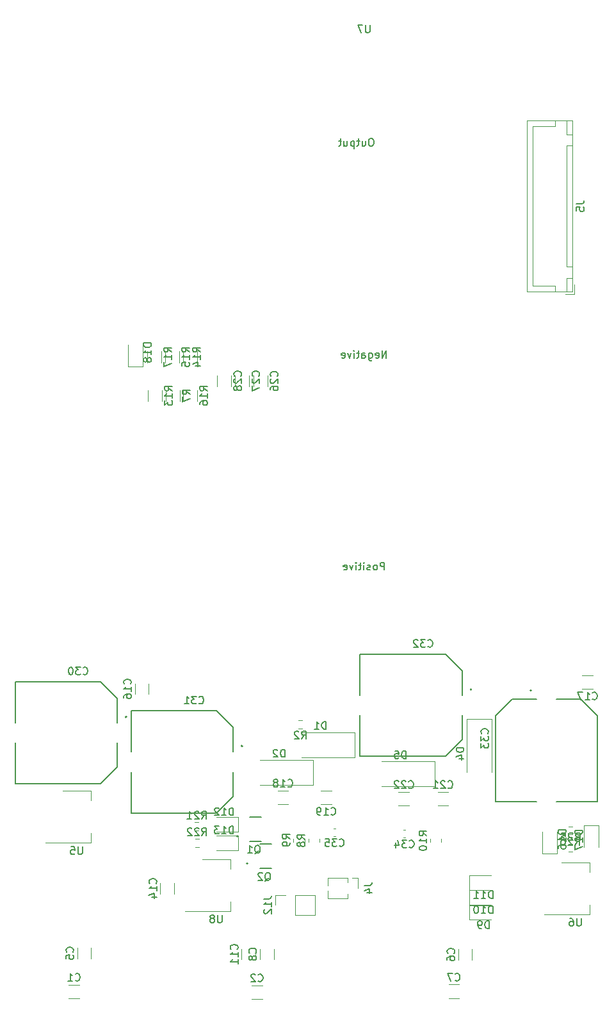
<source format=gbr>
%TF.GenerationSoftware,KiCad,Pcbnew,7.0.9*%
%TF.CreationDate,2024-10-22T00:58:25+05:30*%
%TF.ProjectId,Inverter,496e7665-7274-4657-922e-6b696361645f,rev?*%
%TF.SameCoordinates,Original*%
%TF.FileFunction,Legend,Bot*%
%TF.FilePolarity,Positive*%
%FSLAX46Y46*%
G04 Gerber Fmt 4.6, Leading zero omitted, Abs format (unit mm)*
G04 Created by KiCad (PCBNEW 7.0.9) date 2024-10-22 00:58:25*
%MOMM*%
%LPD*%
G01*
G04 APERTURE LIST*
%ADD10C,0.150000*%
%ADD11C,0.120000*%
%ADD12C,0.127000*%
%ADD13C,0.200000*%
G04 APERTURE END LIST*
D10*
X44229580Y-156837142D02*
X44277200Y-156789523D01*
X44277200Y-156789523D02*
X44324819Y-156646666D01*
X44324819Y-156646666D02*
X44324819Y-156551428D01*
X44324819Y-156551428D02*
X44277200Y-156408571D01*
X44277200Y-156408571D02*
X44181961Y-156313333D01*
X44181961Y-156313333D02*
X44086723Y-156265714D01*
X44086723Y-156265714D02*
X43896247Y-156218095D01*
X43896247Y-156218095D02*
X43753390Y-156218095D01*
X43753390Y-156218095D02*
X43562914Y-156265714D01*
X43562914Y-156265714D02*
X43467676Y-156313333D01*
X43467676Y-156313333D02*
X43372438Y-156408571D01*
X43372438Y-156408571D02*
X43324819Y-156551428D01*
X43324819Y-156551428D02*
X43324819Y-156646666D01*
X43324819Y-156646666D02*
X43372438Y-156789523D01*
X43372438Y-156789523D02*
X43420057Y-156837142D01*
X44324819Y-157789523D02*
X44324819Y-157218095D01*
X44324819Y-157503809D02*
X43324819Y-157503809D01*
X43324819Y-157503809D02*
X43467676Y-157408571D01*
X43467676Y-157408571D02*
X43562914Y-157313333D01*
X43562914Y-157313333D02*
X43610533Y-157218095D01*
X44324819Y-158741904D02*
X44324819Y-158170476D01*
X44324819Y-158456190D02*
X43324819Y-158456190D01*
X43324819Y-158456190D02*
X43467676Y-158360952D01*
X43467676Y-158360952D02*
X43562914Y-158265714D01*
X43562914Y-158265714D02*
X43610533Y-158170476D01*
X39555657Y-141798219D02*
X39888990Y-141322028D01*
X40127085Y-141798219D02*
X40127085Y-140798219D01*
X40127085Y-140798219D02*
X39746133Y-140798219D01*
X39746133Y-140798219D02*
X39650895Y-140845838D01*
X39650895Y-140845838D02*
X39603276Y-140893457D01*
X39603276Y-140893457D02*
X39555657Y-140988695D01*
X39555657Y-140988695D02*
X39555657Y-141131552D01*
X39555657Y-141131552D02*
X39603276Y-141226790D01*
X39603276Y-141226790D02*
X39650895Y-141274409D01*
X39650895Y-141274409D02*
X39746133Y-141322028D01*
X39746133Y-141322028D02*
X40127085Y-141322028D01*
X39174704Y-140893457D02*
X39127085Y-140845838D01*
X39127085Y-140845838D02*
X39031847Y-140798219D01*
X39031847Y-140798219D02*
X38793752Y-140798219D01*
X38793752Y-140798219D02*
X38698514Y-140845838D01*
X38698514Y-140845838D02*
X38650895Y-140893457D01*
X38650895Y-140893457D02*
X38603276Y-140988695D01*
X38603276Y-140988695D02*
X38603276Y-141083933D01*
X38603276Y-141083933D02*
X38650895Y-141226790D01*
X38650895Y-141226790D02*
X39222323Y-141798219D01*
X39222323Y-141798219D02*
X38603276Y-141798219D01*
X38222323Y-140893457D02*
X38174704Y-140845838D01*
X38174704Y-140845838D02*
X38079466Y-140798219D01*
X38079466Y-140798219D02*
X37841371Y-140798219D01*
X37841371Y-140798219D02*
X37746133Y-140845838D01*
X37746133Y-140845838D02*
X37698514Y-140893457D01*
X37698514Y-140893457D02*
X37650895Y-140988695D01*
X37650895Y-140988695D02*
X37650895Y-141083933D01*
X37650895Y-141083933D02*
X37698514Y-141226790D01*
X37698514Y-141226790D02*
X38269942Y-141798219D01*
X38269942Y-141798219D02*
X37650895Y-141798219D01*
X47091380Y-81068942D02*
X47139000Y-81021323D01*
X47139000Y-81021323D02*
X47186619Y-80878466D01*
X47186619Y-80878466D02*
X47186619Y-80783228D01*
X47186619Y-80783228D02*
X47139000Y-80640371D01*
X47139000Y-80640371D02*
X47043761Y-80545133D01*
X47043761Y-80545133D02*
X46948523Y-80497514D01*
X46948523Y-80497514D02*
X46758047Y-80449895D01*
X46758047Y-80449895D02*
X46615190Y-80449895D01*
X46615190Y-80449895D02*
X46424714Y-80497514D01*
X46424714Y-80497514D02*
X46329476Y-80545133D01*
X46329476Y-80545133D02*
X46234238Y-80640371D01*
X46234238Y-80640371D02*
X46186619Y-80783228D01*
X46186619Y-80783228D02*
X46186619Y-80878466D01*
X46186619Y-80878466D02*
X46234238Y-81021323D01*
X46234238Y-81021323D02*
X46281857Y-81068942D01*
X46281857Y-81449895D02*
X46234238Y-81497514D01*
X46234238Y-81497514D02*
X46186619Y-81592752D01*
X46186619Y-81592752D02*
X46186619Y-81830847D01*
X46186619Y-81830847D02*
X46234238Y-81926085D01*
X46234238Y-81926085D02*
X46281857Y-81973704D01*
X46281857Y-81973704D02*
X46377095Y-82021323D01*
X46377095Y-82021323D02*
X46472333Y-82021323D01*
X46472333Y-82021323D02*
X46615190Y-81973704D01*
X46615190Y-81973704D02*
X47186619Y-81402276D01*
X47186619Y-81402276D02*
X47186619Y-82021323D01*
X46186619Y-82354657D02*
X46186619Y-83021323D01*
X46186619Y-83021323D02*
X47186619Y-82592752D01*
X89104819Y-58316666D02*
X89819104Y-58316666D01*
X89819104Y-58316666D02*
X89961961Y-58269047D01*
X89961961Y-58269047D02*
X90057200Y-58173809D01*
X90057200Y-58173809D02*
X90104819Y-58030952D01*
X90104819Y-58030952D02*
X90104819Y-57935714D01*
X89104819Y-59269047D02*
X89104819Y-58792857D01*
X89104819Y-58792857D02*
X89581009Y-58745238D01*
X89581009Y-58745238D02*
X89533390Y-58792857D01*
X89533390Y-58792857D02*
X89485771Y-58888095D01*
X89485771Y-58888095D02*
X89485771Y-59126190D01*
X89485771Y-59126190D02*
X89533390Y-59221428D01*
X89533390Y-59221428D02*
X89581009Y-59269047D01*
X89581009Y-59269047D02*
X89676247Y-59316666D01*
X89676247Y-59316666D02*
X89914342Y-59316666D01*
X89914342Y-59316666D02*
X90009580Y-59269047D01*
X90009580Y-59269047D02*
X90057200Y-59221428D01*
X90057200Y-59221428D02*
X90104819Y-59126190D01*
X90104819Y-59126190D02*
X90104819Y-58888095D01*
X90104819Y-58888095D02*
X90057200Y-58792857D01*
X90057200Y-58792857D02*
X90009580Y-58745238D01*
X35650419Y-83024742D02*
X35174228Y-82691409D01*
X35650419Y-82453314D02*
X34650419Y-82453314D01*
X34650419Y-82453314D02*
X34650419Y-82834266D01*
X34650419Y-82834266D02*
X34698038Y-82929504D01*
X34698038Y-82929504D02*
X34745657Y-82977123D01*
X34745657Y-82977123D02*
X34840895Y-83024742D01*
X34840895Y-83024742D02*
X34983752Y-83024742D01*
X34983752Y-83024742D02*
X35078990Y-82977123D01*
X35078990Y-82977123D02*
X35126609Y-82929504D01*
X35126609Y-82929504D02*
X35174228Y-82834266D01*
X35174228Y-82834266D02*
X35174228Y-82453314D01*
X35650419Y-83977123D02*
X35650419Y-83405695D01*
X35650419Y-83691409D02*
X34650419Y-83691409D01*
X34650419Y-83691409D02*
X34793276Y-83596171D01*
X34793276Y-83596171D02*
X34888514Y-83500933D01*
X34888514Y-83500933D02*
X34936133Y-83405695D01*
X34650419Y-84310457D02*
X34650419Y-84929504D01*
X34650419Y-84929504D02*
X35031371Y-84596171D01*
X35031371Y-84596171D02*
X35031371Y-84739028D01*
X35031371Y-84739028D02*
X35078990Y-84834266D01*
X35078990Y-84834266D02*
X35126609Y-84881885D01*
X35126609Y-84881885D02*
X35221847Y-84929504D01*
X35221847Y-84929504D02*
X35459942Y-84929504D01*
X35459942Y-84929504D02*
X35555180Y-84881885D01*
X35555180Y-84881885D02*
X35602800Y-84834266D01*
X35602800Y-84834266D02*
X35650419Y-84739028D01*
X35650419Y-84739028D02*
X35650419Y-84453314D01*
X35650419Y-84453314D02*
X35602800Y-84358076D01*
X35602800Y-84358076D02*
X35555180Y-84310457D01*
X69453057Y-116811580D02*
X69500676Y-116859200D01*
X69500676Y-116859200D02*
X69643533Y-116906819D01*
X69643533Y-116906819D02*
X69738771Y-116906819D01*
X69738771Y-116906819D02*
X69881628Y-116859200D01*
X69881628Y-116859200D02*
X69976866Y-116763961D01*
X69976866Y-116763961D02*
X70024485Y-116668723D01*
X70024485Y-116668723D02*
X70072104Y-116478247D01*
X70072104Y-116478247D02*
X70072104Y-116335390D01*
X70072104Y-116335390D02*
X70024485Y-116144914D01*
X70024485Y-116144914D02*
X69976866Y-116049676D01*
X69976866Y-116049676D02*
X69881628Y-115954438D01*
X69881628Y-115954438D02*
X69738771Y-115906819D01*
X69738771Y-115906819D02*
X69643533Y-115906819D01*
X69643533Y-115906819D02*
X69500676Y-115954438D01*
X69500676Y-115954438D02*
X69453057Y-116002057D01*
X69119723Y-115906819D02*
X68500676Y-115906819D01*
X68500676Y-115906819D02*
X68834009Y-116287771D01*
X68834009Y-116287771D02*
X68691152Y-116287771D01*
X68691152Y-116287771D02*
X68595914Y-116335390D01*
X68595914Y-116335390D02*
X68548295Y-116383009D01*
X68548295Y-116383009D02*
X68500676Y-116478247D01*
X68500676Y-116478247D02*
X68500676Y-116716342D01*
X68500676Y-116716342D02*
X68548295Y-116811580D01*
X68548295Y-116811580D02*
X68595914Y-116859200D01*
X68595914Y-116859200D02*
X68691152Y-116906819D01*
X68691152Y-116906819D02*
X68976866Y-116906819D01*
X68976866Y-116906819D02*
X69072104Y-116859200D01*
X69072104Y-116859200D02*
X69119723Y-116811580D01*
X68119723Y-116002057D02*
X68072104Y-115954438D01*
X68072104Y-115954438D02*
X67976866Y-115906819D01*
X67976866Y-115906819D02*
X67738771Y-115906819D01*
X67738771Y-115906819D02*
X67643533Y-115954438D01*
X67643533Y-115954438D02*
X67595914Y-116002057D01*
X67595914Y-116002057D02*
X67548295Y-116097295D01*
X67548295Y-116097295D02*
X67548295Y-116192533D01*
X67548295Y-116192533D02*
X67595914Y-116335390D01*
X67595914Y-116335390D02*
X68167342Y-116906819D01*
X68167342Y-116906819D02*
X67548295Y-116906819D01*
X40298619Y-83024742D02*
X39822428Y-82691409D01*
X40298619Y-82453314D02*
X39298619Y-82453314D01*
X39298619Y-82453314D02*
X39298619Y-82834266D01*
X39298619Y-82834266D02*
X39346238Y-82929504D01*
X39346238Y-82929504D02*
X39393857Y-82977123D01*
X39393857Y-82977123D02*
X39489095Y-83024742D01*
X39489095Y-83024742D02*
X39631952Y-83024742D01*
X39631952Y-83024742D02*
X39727190Y-82977123D01*
X39727190Y-82977123D02*
X39774809Y-82929504D01*
X39774809Y-82929504D02*
X39822428Y-82834266D01*
X39822428Y-82834266D02*
X39822428Y-82453314D01*
X40298619Y-83977123D02*
X40298619Y-83405695D01*
X40298619Y-83691409D02*
X39298619Y-83691409D01*
X39298619Y-83691409D02*
X39441476Y-83596171D01*
X39441476Y-83596171D02*
X39536714Y-83500933D01*
X39536714Y-83500933D02*
X39584333Y-83405695D01*
X39298619Y-84834266D02*
X39298619Y-84643790D01*
X39298619Y-84643790D02*
X39346238Y-84548552D01*
X39346238Y-84548552D02*
X39393857Y-84500933D01*
X39393857Y-84500933D02*
X39536714Y-84405695D01*
X39536714Y-84405695D02*
X39727190Y-84358076D01*
X39727190Y-84358076D02*
X40108142Y-84358076D01*
X40108142Y-84358076D02*
X40203380Y-84405695D01*
X40203380Y-84405695D02*
X40251000Y-84453314D01*
X40251000Y-84453314D02*
X40298619Y-84548552D01*
X40298619Y-84548552D02*
X40298619Y-84739028D01*
X40298619Y-84739028D02*
X40251000Y-84834266D01*
X40251000Y-84834266D02*
X40203380Y-84881885D01*
X40203380Y-84881885D02*
X40108142Y-84929504D01*
X40108142Y-84929504D02*
X39870047Y-84929504D01*
X39870047Y-84929504D02*
X39774809Y-84881885D01*
X39774809Y-84881885D02*
X39727190Y-84834266D01*
X39727190Y-84834266D02*
X39679571Y-84739028D01*
X39679571Y-84739028D02*
X39679571Y-84548552D01*
X39679571Y-84548552D02*
X39727190Y-84453314D01*
X39727190Y-84453314D02*
X39774809Y-84405695D01*
X39774809Y-84405695D02*
X39870047Y-84358076D01*
X69289819Y-141825742D02*
X68813628Y-141492409D01*
X69289819Y-141254314D02*
X68289819Y-141254314D01*
X68289819Y-141254314D02*
X68289819Y-141635266D01*
X68289819Y-141635266D02*
X68337438Y-141730504D01*
X68337438Y-141730504D02*
X68385057Y-141778123D01*
X68385057Y-141778123D02*
X68480295Y-141825742D01*
X68480295Y-141825742D02*
X68623152Y-141825742D01*
X68623152Y-141825742D02*
X68718390Y-141778123D01*
X68718390Y-141778123D02*
X68766009Y-141730504D01*
X68766009Y-141730504D02*
X68813628Y-141635266D01*
X68813628Y-141635266D02*
X68813628Y-141254314D01*
X69289819Y-142778123D02*
X69289819Y-142206695D01*
X69289819Y-142492409D02*
X68289819Y-142492409D01*
X68289819Y-142492409D02*
X68432676Y-142397171D01*
X68432676Y-142397171D02*
X68527914Y-142301933D01*
X68527914Y-142301933D02*
X68575533Y-142206695D01*
X68289819Y-143397171D02*
X68289819Y-143492409D01*
X68289819Y-143492409D02*
X68337438Y-143587647D01*
X68337438Y-143587647D02*
X68385057Y-143635266D01*
X68385057Y-143635266D02*
X68480295Y-143682885D01*
X68480295Y-143682885D02*
X68670771Y-143730504D01*
X68670771Y-143730504D02*
X68908866Y-143730504D01*
X68908866Y-143730504D02*
X69099342Y-143682885D01*
X69099342Y-143682885D02*
X69194580Y-143635266D01*
X69194580Y-143635266D02*
X69242200Y-143587647D01*
X69242200Y-143587647D02*
X69289819Y-143492409D01*
X69289819Y-143492409D02*
X69289819Y-143397171D01*
X69289819Y-143397171D02*
X69242200Y-143301933D01*
X69242200Y-143301933D02*
X69194580Y-143254314D01*
X69194580Y-143254314D02*
X69099342Y-143206695D01*
X69099342Y-143206695D02*
X68908866Y-143159076D01*
X68908866Y-143159076D02*
X68670771Y-143159076D01*
X68670771Y-143159076D02*
X68480295Y-143206695D01*
X68480295Y-143206695D02*
X68385057Y-143254314D01*
X68385057Y-143254314D02*
X68337438Y-143301933D01*
X68337438Y-143301933D02*
X68289819Y-143397171D01*
X66911457Y-135466380D02*
X66959076Y-135514000D01*
X66959076Y-135514000D02*
X67101933Y-135561619D01*
X67101933Y-135561619D02*
X67197171Y-135561619D01*
X67197171Y-135561619D02*
X67340028Y-135514000D01*
X67340028Y-135514000D02*
X67435266Y-135418761D01*
X67435266Y-135418761D02*
X67482885Y-135323523D01*
X67482885Y-135323523D02*
X67530504Y-135133047D01*
X67530504Y-135133047D02*
X67530504Y-134990190D01*
X67530504Y-134990190D02*
X67482885Y-134799714D01*
X67482885Y-134799714D02*
X67435266Y-134704476D01*
X67435266Y-134704476D02*
X67340028Y-134609238D01*
X67340028Y-134609238D02*
X67197171Y-134561619D01*
X67197171Y-134561619D02*
X67101933Y-134561619D01*
X67101933Y-134561619D02*
X66959076Y-134609238D01*
X66959076Y-134609238D02*
X66911457Y-134656857D01*
X66530504Y-134656857D02*
X66482885Y-134609238D01*
X66482885Y-134609238D02*
X66387647Y-134561619D01*
X66387647Y-134561619D02*
X66149552Y-134561619D01*
X66149552Y-134561619D02*
X66054314Y-134609238D01*
X66054314Y-134609238D02*
X66006695Y-134656857D01*
X66006695Y-134656857D02*
X65959076Y-134752095D01*
X65959076Y-134752095D02*
X65959076Y-134847333D01*
X65959076Y-134847333D02*
X66006695Y-134990190D01*
X66006695Y-134990190D02*
X66578123Y-135561619D01*
X66578123Y-135561619D02*
X65959076Y-135561619D01*
X65578123Y-134656857D02*
X65530504Y-134609238D01*
X65530504Y-134609238D02*
X65435266Y-134561619D01*
X65435266Y-134561619D02*
X65197171Y-134561619D01*
X65197171Y-134561619D02*
X65101933Y-134609238D01*
X65101933Y-134609238D02*
X65054314Y-134656857D01*
X65054314Y-134656857D02*
X65006695Y-134752095D01*
X65006695Y-134752095D02*
X65006695Y-134847333D01*
X65006695Y-134847333D02*
X65054314Y-134990190D01*
X65054314Y-134990190D02*
X65625742Y-135561619D01*
X65625742Y-135561619D02*
X65006695Y-135561619D01*
X47004266Y-161018780D02*
X47051885Y-161066400D01*
X47051885Y-161066400D02*
X47194742Y-161114019D01*
X47194742Y-161114019D02*
X47289980Y-161114019D01*
X47289980Y-161114019D02*
X47432837Y-161066400D01*
X47432837Y-161066400D02*
X47528075Y-160971161D01*
X47528075Y-160971161D02*
X47575694Y-160875923D01*
X47575694Y-160875923D02*
X47623313Y-160685447D01*
X47623313Y-160685447D02*
X47623313Y-160542590D01*
X47623313Y-160542590D02*
X47575694Y-160352114D01*
X47575694Y-160352114D02*
X47528075Y-160256876D01*
X47528075Y-160256876D02*
X47432837Y-160161638D01*
X47432837Y-160161638D02*
X47289980Y-160114019D01*
X47289980Y-160114019D02*
X47194742Y-160114019D01*
X47194742Y-160114019D02*
X47051885Y-160161638D01*
X47051885Y-160161638D02*
X47004266Y-160209257D01*
X46623313Y-160209257D02*
X46575694Y-160161638D01*
X46575694Y-160161638D02*
X46480456Y-160114019D01*
X46480456Y-160114019D02*
X46242361Y-160114019D01*
X46242361Y-160114019D02*
X46147123Y-160161638D01*
X46147123Y-160161638D02*
X46099504Y-160209257D01*
X46099504Y-160209257D02*
X46051885Y-160304495D01*
X46051885Y-160304495D02*
X46051885Y-160399733D01*
X46051885Y-160399733D02*
X46099504Y-160542590D01*
X46099504Y-160542590D02*
X46670932Y-161114019D01*
X46670932Y-161114019D02*
X46051885Y-161114019D01*
X51205019Y-142251133D02*
X50728828Y-141917800D01*
X51205019Y-141679705D02*
X50205019Y-141679705D01*
X50205019Y-141679705D02*
X50205019Y-142060657D01*
X50205019Y-142060657D02*
X50252638Y-142155895D01*
X50252638Y-142155895D02*
X50300257Y-142203514D01*
X50300257Y-142203514D02*
X50395495Y-142251133D01*
X50395495Y-142251133D02*
X50538352Y-142251133D01*
X50538352Y-142251133D02*
X50633590Y-142203514D01*
X50633590Y-142203514D02*
X50681209Y-142155895D01*
X50681209Y-142155895D02*
X50728828Y-142060657D01*
X50728828Y-142060657D02*
X50728828Y-141679705D01*
X51205019Y-142727324D02*
X51205019Y-142917800D01*
X51205019Y-142917800D02*
X51157400Y-143013038D01*
X51157400Y-143013038D02*
X51109780Y-143060657D01*
X51109780Y-143060657D02*
X50966923Y-143155895D01*
X50966923Y-143155895D02*
X50776447Y-143203514D01*
X50776447Y-143203514D02*
X50395495Y-143203514D01*
X50395495Y-143203514D02*
X50300257Y-143155895D01*
X50300257Y-143155895D02*
X50252638Y-143108276D01*
X50252638Y-143108276D02*
X50205019Y-143013038D01*
X50205019Y-143013038D02*
X50205019Y-142822562D01*
X50205019Y-142822562D02*
X50252638Y-142727324D01*
X50252638Y-142727324D02*
X50300257Y-142679705D01*
X50300257Y-142679705D02*
X50395495Y-142632086D01*
X50395495Y-142632086D02*
X50633590Y-142632086D01*
X50633590Y-142632086D02*
X50728828Y-142679705D01*
X50728828Y-142679705D02*
X50776447Y-142727324D01*
X50776447Y-142727324D02*
X50824066Y-142822562D01*
X50824066Y-142822562D02*
X50824066Y-143013038D01*
X50824066Y-143013038D02*
X50776447Y-143108276D01*
X50776447Y-143108276D02*
X50728828Y-143155895D01*
X50728828Y-143155895D02*
X50633590Y-143203514D01*
X88984057Y-142442219D02*
X89317390Y-141966028D01*
X89555485Y-142442219D02*
X89555485Y-141442219D01*
X89555485Y-141442219D02*
X89174533Y-141442219D01*
X89174533Y-141442219D02*
X89079295Y-141489838D01*
X89079295Y-141489838D02*
X89031676Y-141537457D01*
X89031676Y-141537457D02*
X88984057Y-141632695D01*
X88984057Y-141632695D02*
X88984057Y-141775552D01*
X88984057Y-141775552D02*
X89031676Y-141870790D01*
X89031676Y-141870790D02*
X89079295Y-141918409D01*
X89079295Y-141918409D02*
X89174533Y-141966028D01*
X89174533Y-141966028D02*
X89555485Y-141966028D01*
X88603104Y-141537457D02*
X88555485Y-141489838D01*
X88555485Y-141489838D02*
X88460247Y-141442219D01*
X88460247Y-141442219D02*
X88222152Y-141442219D01*
X88222152Y-141442219D02*
X88126914Y-141489838D01*
X88126914Y-141489838D02*
X88079295Y-141537457D01*
X88079295Y-141537457D02*
X88031676Y-141632695D01*
X88031676Y-141632695D02*
X88031676Y-141727933D01*
X88031676Y-141727933D02*
X88079295Y-141870790D01*
X88079295Y-141870790D02*
X88650723Y-142442219D01*
X88650723Y-142442219D02*
X88031676Y-142442219D01*
X87126914Y-141442219D02*
X87603104Y-141442219D01*
X87603104Y-141442219D02*
X87650723Y-141918409D01*
X87650723Y-141918409D02*
X87603104Y-141870790D01*
X87603104Y-141870790D02*
X87507866Y-141823171D01*
X87507866Y-141823171D02*
X87269771Y-141823171D01*
X87269771Y-141823171D02*
X87174533Y-141870790D01*
X87174533Y-141870790D02*
X87126914Y-141918409D01*
X87126914Y-141918409D02*
X87079295Y-142013647D01*
X87079295Y-142013647D02*
X87079295Y-142251742D01*
X87079295Y-142251742D02*
X87126914Y-142346980D01*
X87126914Y-142346980D02*
X87174533Y-142394600D01*
X87174533Y-142394600D02*
X87269771Y-142442219D01*
X87269771Y-142442219D02*
X87507866Y-142442219D01*
X87507866Y-142442219D02*
X87603104Y-142394600D01*
X87603104Y-142394600D02*
X87650723Y-142346980D01*
X33485380Y-148124942D02*
X33533000Y-148077323D01*
X33533000Y-148077323D02*
X33580619Y-147934466D01*
X33580619Y-147934466D02*
X33580619Y-147839228D01*
X33580619Y-147839228D02*
X33533000Y-147696371D01*
X33533000Y-147696371D02*
X33437761Y-147601133D01*
X33437761Y-147601133D02*
X33342523Y-147553514D01*
X33342523Y-147553514D02*
X33152047Y-147505895D01*
X33152047Y-147505895D02*
X33009190Y-147505895D01*
X33009190Y-147505895D02*
X32818714Y-147553514D01*
X32818714Y-147553514D02*
X32723476Y-147601133D01*
X32723476Y-147601133D02*
X32628238Y-147696371D01*
X32628238Y-147696371D02*
X32580619Y-147839228D01*
X32580619Y-147839228D02*
X32580619Y-147934466D01*
X32580619Y-147934466D02*
X32628238Y-148077323D01*
X32628238Y-148077323D02*
X32675857Y-148124942D01*
X33580619Y-149077323D02*
X33580619Y-148505895D01*
X33580619Y-148791609D02*
X32580619Y-148791609D01*
X32580619Y-148791609D02*
X32723476Y-148696371D01*
X32723476Y-148696371D02*
X32818714Y-148601133D01*
X32818714Y-148601133D02*
X32866333Y-148505895D01*
X32913952Y-149934466D02*
X33580619Y-149934466D01*
X32533000Y-149696371D02*
X33247285Y-149458276D01*
X33247285Y-149458276D02*
X33247285Y-150077323D01*
X89889219Y-141110914D02*
X88889219Y-141110914D01*
X88889219Y-141110914D02*
X88889219Y-141349009D01*
X88889219Y-141349009D02*
X88936838Y-141491866D01*
X88936838Y-141491866D02*
X89032076Y-141587104D01*
X89032076Y-141587104D02*
X89127314Y-141634723D01*
X89127314Y-141634723D02*
X89317790Y-141682342D01*
X89317790Y-141682342D02*
X89460647Y-141682342D01*
X89460647Y-141682342D02*
X89651123Y-141634723D01*
X89651123Y-141634723D02*
X89746361Y-141587104D01*
X89746361Y-141587104D02*
X89841600Y-141491866D01*
X89841600Y-141491866D02*
X89889219Y-141349009D01*
X89889219Y-141349009D02*
X89889219Y-141110914D01*
X89889219Y-142634723D02*
X89889219Y-142063295D01*
X89889219Y-142349009D02*
X88889219Y-142349009D01*
X88889219Y-142349009D02*
X89032076Y-142253771D01*
X89032076Y-142253771D02*
X89127314Y-142158533D01*
X89127314Y-142158533D02*
X89174933Y-142063295D01*
X88889219Y-142968057D02*
X88889219Y-143634723D01*
X88889219Y-143634723D02*
X89889219Y-143206152D01*
X23831857Y-120443780D02*
X23879476Y-120491400D01*
X23879476Y-120491400D02*
X24022333Y-120539019D01*
X24022333Y-120539019D02*
X24117571Y-120539019D01*
X24117571Y-120539019D02*
X24260428Y-120491400D01*
X24260428Y-120491400D02*
X24355666Y-120396161D01*
X24355666Y-120396161D02*
X24403285Y-120300923D01*
X24403285Y-120300923D02*
X24450904Y-120110447D01*
X24450904Y-120110447D02*
X24450904Y-119967590D01*
X24450904Y-119967590D02*
X24403285Y-119777114D01*
X24403285Y-119777114D02*
X24355666Y-119681876D01*
X24355666Y-119681876D02*
X24260428Y-119586638D01*
X24260428Y-119586638D02*
X24117571Y-119539019D01*
X24117571Y-119539019D02*
X24022333Y-119539019D01*
X24022333Y-119539019D02*
X23879476Y-119586638D01*
X23879476Y-119586638D02*
X23831857Y-119634257D01*
X23498523Y-119539019D02*
X22879476Y-119539019D01*
X22879476Y-119539019D02*
X23212809Y-119919971D01*
X23212809Y-119919971D02*
X23069952Y-119919971D01*
X23069952Y-119919971D02*
X22974714Y-119967590D01*
X22974714Y-119967590D02*
X22927095Y-120015209D01*
X22927095Y-120015209D02*
X22879476Y-120110447D01*
X22879476Y-120110447D02*
X22879476Y-120348542D01*
X22879476Y-120348542D02*
X22927095Y-120443780D01*
X22927095Y-120443780D02*
X22974714Y-120491400D01*
X22974714Y-120491400D02*
X23069952Y-120539019D01*
X23069952Y-120539019D02*
X23355666Y-120539019D01*
X23355666Y-120539019D02*
X23450904Y-120491400D01*
X23450904Y-120491400D02*
X23498523Y-120443780D01*
X22260428Y-119539019D02*
X22165190Y-119539019D01*
X22165190Y-119539019D02*
X22069952Y-119586638D01*
X22069952Y-119586638D02*
X22022333Y-119634257D01*
X22022333Y-119634257D02*
X21974714Y-119729495D01*
X21974714Y-119729495D02*
X21927095Y-119919971D01*
X21927095Y-119919971D02*
X21927095Y-120158066D01*
X21927095Y-120158066D02*
X21974714Y-120348542D01*
X21974714Y-120348542D02*
X22022333Y-120443780D01*
X22022333Y-120443780D02*
X22069952Y-120491400D01*
X22069952Y-120491400D02*
X22165190Y-120539019D01*
X22165190Y-120539019D02*
X22260428Y-120539019D01*
X22260428Y-120539019D02*
X22355666Y-120491400D01*
X22355666Y-120491400D02*
X22403285Y-120443780D01*
X22403285Y-120443780D02*
X22450904Y-120348542D01*
X22450904Y-120348542D02*
X22498523Y-120158066D01*
X22498523Y-120158066D02*
X22498523Y-119919971D01*
X22498523Y-119919971D02*
X22450904Y-119729495D01*
X22450904Y-119729495D02*
X22403285Y-119634257D01*
X22403285Y-119634257D02*
X22355666Y-119586638D01*
X22355666Y-119586638D02*
X22260428Y-119539019D01*
X49529780Y-81094342D02*
X49577400Y-81046723D01*
X49577400Y-81046723D02*
X49625019Y-80903866D01*
X49625019Y-80903866D02*
X49625019Y-80808628D01*
X49625019Y-80808628D02*
X49577400Y-80665771D01*
X49577400Y-80665771D02*
X49482161Y-80570533D01*
X49482161Y-80570533D02*
X49386923Y-80522914D01*
X49386923Y-80522914D02*
X49196447Y-80475295D01*
X49196447Y-80475295D02*
X49053590Y-80475295D01*
X49053590Y-80475295D02*
X48863114Y-80522914D01*
X48863114Y-80522914D02*
X48767876Y-80570533D01*
X48767876Y-80570533D02*
X48672638Y-80665771D01*
X48672638Y-80665771D02*
X48625019Y-80808628D01*
X48625019Y-80808628D02*
X48625019Y-80903866D01*
X48625019Y-80903866D02*
X48672638Y-81046723D01*
X48672638Y-81046723D02*
X48720257Y-81094342D01*
X48720257Y-81475295D02*
X48672638Y-81522914D01*
X48672638Y-81522914D02*
X48625019Y-81618152D01*
X48625019Y-81618152D02*
X48625019Y-81856247D01*
X48625019Y-81856247D02*
X48672638Y-81951485D01*
X48672638Y-81951485D02*
X48720257Y-81999104D01*
X48720257Y-81999104D02*
X48815495Y-82046723D01*
X48815495Y-82046723D02*
X48910733Y-82046723D01*
X48910733Y-82046723D02*
X49053590Y-81999104D01*
X49053590Y-81999104D02*
X49625019Y-81427676D01*
X49625019Y-81427676D02*
X49625019Y-82046723D01*
X48625019Y-82903866D02*
X48625019Y-82713390D01*
X48625019Y-82713390D02*
X48672638Y-82618152D01*
X48672638Y-82618152D02*
X48720257Y-82570533D01*
X48720257Y-82570533D02*
X48863114Y-82475295D01*
X48863114Y-82475295D02*
X49053590Y-82427676D01*
X49053590Y-82427676D02*
X49434542Y-82427676D01*
X49434542Y-82427676D02*
X49529780Y-82475295D01*
X49529780Y-82475295D02*
X49577400Y-82522914D01*
X49577400Y-82522914D02*
X49625019Y-82618152D01*
X49625019Y-82618152D02*
X49625019Y-82808628D01*
X49625019Y-82808628D02*
X49577400Y-82903866D01*
X49577400Y-82903866D02*
X49529780Y-82951485D01*
X49529780Y-82951485D02*
X49434542Y-82999104D01*
X49434542Y-82999104D02*
X49196447Y-82999104D01*
X49196447Y-82999104D02*
X49101209Y-82951485D01*
X49101209Y-82951485D02*
X49053590Y-82903866D01*
X49053590Y-82903866D02*
X49005971Y-82808628D01*
X49005971Y-82808628D02*
X49005971Y-82618152D01*
X49005971Y-82618152D02*
X49053590Y-82522914D01*
X49053590Y-82522914D02*
X49101209Y-82475295D01*
X49101209Y-82475295D02*
X49196447Y-82427676D01*
X35548819Y-77919342D02*
X35072628Y-77586009D01*
X35548819Y-77347914D02*
X34548819Y-77347914D01*
X34548819Y-77347914D02*
X34548819Y-77728866D01*
X34548819Y-77728866D02*
X34596438Y-77824104D01*
X34596438Y-77824104D02*
X34644057Y-77871723D01*
X34644057Y-77871723D02*
X34739295Y-77919342D01*
X34739295Y-77919342D02*
X34882152Y-77919342D01*
X34882152Y-77919342D02*
X34977390Y-77871723D01*
X34977390Y-77871723D02*
X35025009Y-77824104D01*
X35025009Y-77824104D02*
X35072628Y-77728866D01*
X35072628Y-77728866D02*
X35072628Y-77347914D01*
X35548819Y-78871723D02*
X35548819Y-78300295D01*
X35548819Y-78586009D02*
X34548819Y-78586009D01*
X34548819Y-78586009D02*
X34691676Y-78490771D01*
X34691676Y-78490771D02*
X34786914Y-78395533D01*
X34786914Y-78395533D02*
X34834533Y-78300295D01*
X34548819Y-79205057D02*
X34548819Y-79871723D01*
X34548819Y-79871723D02*
X35548819Y-79443152D01*
X56649857Y-138988580D02*
X56697476Y-139036200D01*
X56697476Y-139036200D02*
X56840333Y-139083819D01*
X56840333Y-139083819D02*
X56935571Y-139083819D01*
X56935571Y-139083819D02*
X57078428Y-139036200D01*
X57078428Y-139036200D02*
X57173666Y-138940961D01*
X57173666Y-138940961D02*
X57221285Y-138845723D01*
X57221285Y-138845723D02*
X57268904Y-138655247D01*
X57268904Y-138655247D02*
X57268904Y-138512390D01*
X57268904Y-138512390D02*
X57221285Y-138321914D01*
X57221285Y-138321914D02*
X57173666Y-138226676D01*
X57173666Y-138226676D02*
X57078428Y-138131438D01*
X57078428Y-138131438D02*
X56935571Y-138083819D01*
X56935571Y-138083819D02*
X56840333Y-138083819D01*
X56840333Y-138083819D02*
X56697476Y-138131438D01*
X56697476Y-138131438D02*
X56649857Y-138179057D01*
X55697476Y-139083819D02*
X56268904Y-139083819D01*
X55983190Y-139083819D02*
X55983190Y-138083819D01*
X55983190Y-138083819D02*
X56078428Y-138226676D01*
X56078428Y-138226676D02*
X56173666Y-138321914D01*
X56173666Y-138321914D02*
X56268904Y-138369533D01*
X55221285Y-139083819D02*
X55030809Y-139083819D01*
X55030809Y-139083819D02*
X54935571Y-139036200D01*
X54935571Y-139036200D02*
X54887952Y-138988580D01*
X54887952Y-138988580D02*
X54792714Y-138845723D01*
X54792714Y-138845723D02*
X54745095Y-138655247D01*
X54745095Y-138655247D02*
X54745095Y-138274295D01*
X54745095Y-138274295D02*
X54792714Y-138179057D01*
X54792714Y-138179057D02*
X54840333Y-138131438D01*
X54840333Y-138131438D02*
X54935571Y-138083819D01*
X54935571Y-138083819D02*
X55126047Y-138083819D01*
X55126047Y-138083819D02*
X55221285Y-138131438D01*
X55221285Y-138131438D02*
X55268904Y-138179057D01*
X55268904Y-138179057D02*
X55316523Y-138274295D01*
X55316523Y-138274295D02*
X55316523Y-138512390D01*
X55316523Y-138512390D02*
X55268904Y-138607628D01*
X55268904Y-138607628D02*
X55221285Y-138655247D01*
X55221285Y-138655247D02*
X55126047Y-138702866D01*
X55126047Y-138702866D02*
X54935571Y-138702866D01*
X54935571Y-138702866D02*
X54840333Y-138655247D01*
X54840333Y-138655247D02*
X54792714Y-138607628D01*
X54792714Y-138607628D02*
X54745095Y-138512390D01*
X88933257Y-143041619D02*
X89266590Y-142565428D01*
X89504685Y-143041619D02*
X89504685Y-142041619D01*
X89504685Y-142041619D02*
X89123733Y-142041619D01*
X89123733Y-142041619D02*
X89028495Y-142089238D01*
X89028495Y-142089238D02*
X88980876Y-142136857D01*
X88980876Y-142136857D02*
X88933257Y-142232095D01*
X88933257Y-142232095D02*
X88933257Y-142374952D01*
X88933257Y-142374952D02*
X88980876Y-142470190D01*
X88980876Y-142470190D02*
X89028495Y-142517809D01*
X89028495Y-142517809D02*
X89123733Y-142565428D01*
X89123733Y-142565428D02*
X89504685Y-142565428D01*
X88552304Y-142136857D02*
X88504685Y-142089238D01*
X88504685Y-142089238D02*
X88409447Y-142041619D01*
X88409447Y-142041619D02*
X88171352Y-142041619D01*
X88171352Y-142041619D02*
X88076114Y-142089238D01*
X88076114Y-142089238D02*
X88028495Y-142136857D01*
X88028495Y-142136857D02*
X87980876Y-142232095D01*
X87980876Y-142232095D02*
X87980876Y-142327333D01*
X87980876Y-142327333D02*
X88028495Y-142470190D01*
X88028495Y-142470190D02*
X88599923Y-143041619D01*
X88599923Y-143041619D02*
X87980876Y-143041619D01*
X87123733Y-142041619D02*
X87314209Y-142041619D01*
X87314209Y-142041619D02*
X87409447Y-142089238D01*
X87409447Y-142089238D02*
X87457066Y-142136857D01*
X87457066Y-142136857D02*
X87552304Y-142279714D01*
X87552304Y-142279714D02*
X87599923Y-142470190D01*
X87599923Y-142470190D02*
X87599923Y-142851142D01*
X87599923Y-142851142D02*
X87552304Y-142946380D01*
X87552304Y-142946380D02*
X87504685Y-142994000D01*
X87504685Y-142994000D02*
X87409447Y-143041619D01*
X87409447Y-143041619D02*
X87218971Y-143041619D01*
X87218971Y-143041619D02*
X87123733Y-142994000D01*
X87123733Y-142994000D02*
X87076114Y-142946380D01*
X87076114Y-142946380D02*
X87028495Y-142851142D01*
X87028495Y-142851142D02*
X87028495Y-142613047D01*
X87028495Y-142613047D02*
X87076114Y-142517809D01*
X87076114Y-142517809D02*
X87123733Y-142470190D01*
X87123733Y-142470190D02*
X87218971Y-142422571D01*
X87218971Y-142422571D02*
X87409447Y-142422571D01*
X87409447Y-142422571D02*
X87504685Y-142470190D01*
X87504685Y-142470190D02*
X87552304Y-142517809D01*
X87552304Y-142517809D02*
X87599923Y-142613047D01*
X47890238Y-147800057D02*
X47985476Y-147752438D01*
X47985476Y-147752438D02*
X48080714Y-147657200D01*
X48080714Y-147657200D02*
X48223571Y-147514342D01*
X48223571Y-147514342D02*
X48318809Y-147466723D01*
X48318809Y-147466723D02*
X48414047Y-147466723D01*
X48366428Y-147704819D02*
X48461666Y-147657200D01*
X48461666Y-147657200D02*
X48556904Y-147561961D01*
X48556904Y-147561961D02*
X48604523Y-147371485D01*
X48604523Y-147371485D02*
X48604523Y-147038152D01*
X48604523Y-147038152D02*
X48556904Y-146847676D01*
X48556904Y-146847676D02*
X48461666Y-146752438D01*
X48461666Y-146752438D02*
X48366428Y-146704819D01*
X48366428Y-146704819D02*
X48175952Y-146704819D01*
X48175952Y-146704819D02*
X48080714Y-146752438D01*
X48080714Y-146752438D02*
X47985476Y-146847676D01*
X47985476Y-146847676D02*
X47937857Y-147038152D01*
X47937857Y-147038152D02*
X47937857Y-147371485D01*
X47937857Y-147371485D02*
X47985476Y-147561961D01*
X47985476Y-147561961D02*
X48080714Y-147657200D01*
X48080714Y-147657200D02*
X48175952Y-147704819D01*
X48175952Y-147704819D02*
X48366428Y-147704819D01*
X47556904Y-146800057D02*
X47509285Y-146752438D01*
X47509285Y-146752438D02*
X47414047Y-146704819D01*
X47414047Y-146704819D02*
X47175952Y-146704819D01*
X47175952Y-146704819D02*
X47080714Y-146752438D01*
X47080714Y-146752438D02*
X47033095Y-146800057D01*
X47033095Y-146800057D02*
X46985476Y-146895295D01*
X46985476Y-146895295D02*
X46985476Y-146990533D01*
X46985476Y-146990533D02*
X47033095Y-147133390D01*
X47033095Y-147133390D02*
X47604523Y-147704819D01*
X47604523Y-147704819D02*
X46985476Y-147704819D01*
X77547694Y-154073019D02*
X77547694Y-153073019D01*
X77547694Y-153073019D02*
X77309599Y-153073019D01*
X77309599Y-153073019D02*
X77166742Y-153120638D01*
X77166742Y-153120638D02*
X77071504Y-153215876D01*
X77071504Y-153215876D02*
X77023885Y-153311114D01*
X77023885Y-153311114D02*
X76976266Y-153501590D01*
X76976266Y-153501590D02*
X76976266Y-153644447D01*
X76976266Y-153644447D02*
X77023885Y-153834923D01*
X77023885Y-153834923D02*
X77071504Y-153930161D01*
X77071504Y-153930161D02*
X77166742Y-154025400D01*
X77166742Y-154025400D02*
X77309599Y-154073019D01*
X77309599Y-154073019D02*
X77547694Y-154073019D01*
X76500075Y-154073019D02*
X76309599Y-154073019D01*
X76309599Y-154073019D02*
X76214361Y-154025400D01*
X76214361Y-154025400D02*
X76166742Y-153977780D01*
X76166742Y-153977780D02*
X76071504Y-153834923D01*
X76071504Y-153834923D02*
X76023885Y-153644447D01*
X76023885Y-153644447D02*
X76023885Y-153263495D01*
X76023885Y-153263495D02*
X76071504Y-153168257D01*
X76071504Y-153168257D02*
X76119123Y-153120638D01*
X76119123Y-153120638D02*
X76214361Y-153073019D01*
X76214361Y-153073019D02*
X76404837Y-153073019D01*
X76404837Y-153073019D02*
X76500075Y-153120638D01*
X76500075Y-153120638D02*
X76547694Y-153168257D01*
X76547694Y-153168257D02*
X76595313Y-153263495D01*
X76595313Y-153263495D02*
X76595313Y-153501590D01*
X76595313Y-153501590D02*
X76547694Y-153596828D01*
X76547694Y-153596828D02*
X76500075Y-153644447D01*
X76500075Y-153644447D02*
X76404837Y-153692066D01*
X76404837Y-153692066D02*
X76214361Y-153692066D01*
X76214361Y-153692066D02*
X76119123Y-153644447D01*
X76119123Y-153644447D02*
X76071504Y-153596828D01*
X76071504Y-153596828D02*
X76023885Y-153501590D01*
X66987657Y-143318380D02*
X67035276Y-143366000D01*
X67035276Y-143366000D02*
X67178133Y-143413619D01*
X67178133Y-143413619D02*
X67273371Y-143413619D01*
X67273371Y-143413619D02*
X67416228Y-143366000D01*
X67416228Y-143366000D02*
X67511466Y-143270761D01*
X67511466Y-143270761D02*
X67559085Y-143175523D01*
X67559085Y-143175523D02*
X67606704Y-142985047D01*
X67606704Y-142985047D02*
X67606704Y-142842190D01*
X67606704Y-142842190D02*
X67559085Y-142651714D01*
X67559085Y-142651714D02*
X67511466Y-142556476D01*
X67511466Y-142556476D02*
X67416228Y-142461238D01*
X67416228Y-142461238D02*
X67273371Y-142413619D01*
X67273371Y-142413619D02*
X67178133Y-142413619D01*
X67178133Y-142413619D02*
X67035276Y-142461238D01*
X67035276Y-142461238D02*
X66987657Y-142508857D01*
X66654323Y-142413619D02*
X66035276Y-142413619D01*
X66035276Y-142413619D02*
X66368609Y-142794571D01*
X66368609Y-142794571D02*
X66225752Y-142794571D01*
X66225752Y-142794571D02*
X66130514Y-142842190D01*
X66130514Y-142842190D02*
X66082895Y-142889809D01*
X66082895Y-142889809D02*
X66035276Y-142985047D01*
X66035276Y-142985047D02*
X66035276Y-143223142D01*
X66035276Y-143223142D02*
X66082895Y-143318380D01*
X66082895Y-143318380D02*
X66130514Y-143366000D01*
X66130514Y-143366000D02*
X66225752Y-143413619D01*
X66225752Y-143413619D02*
X66511466Y-143413619D01*
X66511466Y-143413619D02*
X66606704Y-143366000D01*
X66606704Y-143366000D02*
X66654323Y-143318380D01*
X65178133Y-142746952D02*
X65178133Y-143413619D01*
X65416228Y-142366000D02*
X65654323Y-143080285D01*
X65654323Y-143080285D02*
X65035276Y-143080285D01*
X52744666Y-129011819D02*
X53077999Y-128535628D01*
X53316094Y-129011819D02*
X53316094Y-128011819D01*
X53316094Y-128011819D02*
X52935142Y-128011819D01*
X52935142Y-128011819D02*
X52839904Y-128059438D01*
X52839904Y-128059438D02*
X52792285Y-128107057D01*
X52792285Y-128107057D02*
X52744666Y-128202295D01*
X52744666Y-128202295D02*
X52744666Y-128345152D01*
X52744666Y-128345152D02*
X52792285Y-128440390D01*
X52792285Y-128440390D02*
X52839904Y-128488009D01*
X52839904Y-128488009D02*
X52935142Y-128535628D01*
X52935142Y-128535628D02*
X53316094Y-128535628D01*
X52363713Y-128107057D02*
X52316094Y-128059438D01*
X52316094Y-128059438D02*
X52220856Y-128011819D01*
X52220856Y-128011819D02*
X51982761Y-128011819D01*
X51982761Y-128011819D02*
X51887523Y-128059438D01*
X51887523Y-128059438D02*
X51839904Y-128107057D01*
X51839904Y-128107057D02*
X51792285Y-128202295D01*
X51792285Y-128202295D02*
X51792285Y-128297533D01*
X51792285Y-128297533D02*
X51839904Y-128440390D01*
X51839904Y-128440390D02*
X52411332Y-129011819D01*
X52411332Y-129011819D02*
X51792285Y-129011819D01*
X55983094Y-127748819D02*
X55983094Y-126748819D01*
X55983094Y-126748819D02*
X55744999Y-126748819D01*
X55744999Y-126748819D02*
X55602142Y-126796438D01*
X55602142Y-126796438D02*
X55506904Y-126891676D01*
X55506904Y-126891676D02*
X55459285Y-126986914D01*
X55459285Y-126986914D02*
X55411666Y-127177390D01*
X55411666Y-127177390D02*
X55411666Y-127320247D01*
X55411666Y-127320247D02*
X55459285Y-127510723D01*
X55459285Y-127510723D02*
X55506904Y-127605961D01*
X55506904Y-127605961D02*
X55602142Y-127701200D01*
X55602142Y-127701200D02*
X55744999Y-127748819D01*
X55744999Y-127748819D02*
X55983094Y-127748819D01*
X54459285Y-127748819D02*
X55030713Y-127748819D01*
X54744999Y-127748819D02*
X54744999Y-126748819D01*
X54744999Y-126748819D02*
X54840237Y-126891676D01*
X54840237Y-126891676D02*
X54935475Y-126986914D01*
X54935475Y-126986914D02*
X55030713Y-127034533D01*
X61772704Y-34704619D02*
X61772704Y-35514142D01*
X61772704Y-35514142D02*
X61725085Y-35609380D01*
X61725085Y-35609380D02*
X61677466Y-35657000D01*
X61677466Y-35657000D02*
X61582228Y-35704619D01*
X61582228Y-35704619D02*
X61391752Y-35704619D01*
X61391752Y-35704619D02*
X61296514Y-35657000D01*
X61296514Y-35657000D02*
X61248895Y-35609380D01*
X61248895Y-35609380D02*
X61201276Y-35514142D01*
X61201276Y-35514142D02*
X61201276Y-34704619D01*
X60820323Y-34704619D02*
X60153657Y-34704619D01*
X60153657Y-34704619D02*
X60582228Y-35704619D01*
X62034609Y-49704619D02*
X61844133Y-49704619D01*
X61844133Y-49704619D02*
X61748895Y-49752238D01*
X61748895Y-49752238D02*
X61653657Y-49847476D01*
X61653657Y-49847476D02*
X61606038Y-50037952D01*
X61606038Y-50037952D02*
X61606038Y-50371285D01*
X61606038Y-50371285D02*
X61653657Y-50561761D01*
X61653657Y-50561761D02*
X61748895Y-50657000D01*
X61748895Y-50657000D02*
X61844133Y-50704619D01*
X61844133Y-50704619D02*
X62034609Y-50704619D01*
X62034609Y-50704619D02*
X62129847Y-50657000D01*
X62129847Y-50657000D02*
X62225085Y-50561761D01*
X62225085Y-50561761D02*
X62272704Y-50371285D01*
X62272704Y-50371285D02*
X62272704Y-50037952D01*
X62272704Y-50037952D02*
X62225085Y-49847476D01*
X62225085Y-49847476D02*
X62129847Y-49752238D01*
X62129847Y-49752238D02*
X62034609Y-49704619D01*
X60748895Y-50037952D02*
X60748895Y-50704619D01*
X61177466Y-50037952D02*
X61177466Y-50561761D01*
X61177466Y-50561761D02*
X61129847Y-50657000D01*
X61129847Y-50657000D02*
X61034609Y-50704619D01*
X61034609Y-50704619D02*
X60891752Y-50704619D01*
X60891752Y-50704619D02*
X60796514Y-50657000D01*
X60796514Y-50657000D02*
X60748895Y-50609380D01*
X60415561Y-50037952D02*
X60034609Y-50037952D01*
X60272704Y-49704619D02*
X60272704Y-50561761D01*
X60272704Y-50561761D02*
X60225085Y-50657000D01*
X60225085Y-50657000D02*
X60129847Y-50704619D01*
X60129847Y-50704619D02*
X60034609Y-50704619D01*
X59701275Y-50037952D02*
X59701275Y-51037952D01*
X59701275Y-50085571D02*
X59606037Y-50037952D01*
X59606037Y-50037952D02*
X59415561Y-50037952D01*
X59415561Y-50037952D02*
X59320323Y-50085571D01*
X59320323Y-50085571D02*
X59272704Y-50133190D01*
X59272704Y-50133190D02*
X59225085Y-50228428D01*
X59225085Y-50228428D02*
X59225085Y-50514142D01*
X59225085Y-50514142D02*
X59272704Y-50609380D01*
X59272704Y-50609380D02*
X59320323Y-50657000D01*
X59320323Y-50657000D02*
X59415561Y-50704619D01*
X59415561Y-50704619D02*
X59606037Y-50704619D01*
X59606037Y-50704619D02*
X59701275Y-50657000D01*
X58367942Y-50037952D02*
X58367942Y-50704619D01*
X58796513Y-50037952D02*
X58796513Y-50561761D01*
X58796513Y-50561761D02*
X58748894Y-50657000D01*
X58748894Y-50657000D02*
X58653656Y-50704619D01*
X58653656Y-50704619D02*
X58510799Y-50704619D01*
X58510799Y-50704619D02*
X58415561Y-50657000D01*
X58415561Y-50657000D02*
X58367942Y-50609380D01*
X58034608Y-50037952D02*
X57653656Y-50037952D01*
X57891751Y-49704619D02*
X57891751Y-50561761D01*
X57891751Y-50561761D02*
X57844132Y-50657000D01*
X57844132Y-50657000D02*
X57748894Y-50704619D01*
X57748894Y-50704619D02*
X57653656Y-50704619D01*
X63963180Y-78704619D02*
X63963180Y-77704619D01*
X63963180Y-77704619D02*
X63391752Y-78704619D01*
X63391752Y-78704619D02*
X63391752Y-77704619D01*
X62534609Y-78657000D02*
X62629847Y-78704619D01*
X62629847Y-78704619D02*
X62820323Y-78704619D01*
X62820323Y-78704619D02*
X62915561Y-78657000D01*
X62915561Y-78657000D02*
X62963180Y-78561761D01*
X62963180Y-78561761D02*
X62963180Y-78180809D01*
X62963180Y-78180809D02*
X62915561Y-78085571D01*
X62915561Y-78085571D02*
X62820323Y-78037952D01*
X62820323Y-78037952D02*
X62629847Y-78037952D01*
X62629847Y-78037952D02*
X62534609Y-78085571D01*
X62534609Y-78085571D02*
X62486990Y-78180809D01*
X62486990Y-78180809D02*
X62486990Y-78276047D01*
X62486990Y-78276047D02*
X62963180Y-78371285D01*
X61629847Y-78037952D02*
X61629847Y-78847476D01*
X61629847Y-78847476D02*
X61677466Y-78942714D01*
X61677466Y-78942714D02*
X61725085Y-78990333D01*
X61725085Y-78990333D02*
X61820323Y-79037952D01*
X61820323Y-79037952D02*
X61963180Y-79037952D01*
X61963180Y-79037952D02*
X62058418Y-78990333D01*
X61629847Y-78657000D02*
X61725085Y-78704619D01*
X61725085Y-78704619D02*
X61915561Y-78704619D01*
X61915561Y-78704619D02*
X62010799Y-78657000D01*
X62010799Y-78657000D02*
X62058418Y-78609380D01*
X62058418Y-78609380D02*
X62106037Y-78514142D01*
X62106037Y-78514142D02*
X62106037Y-78228428D01*
X62106037Y-78228428D02*
X62058418Y-78133190D01*
X62058418Y-78133190D02*
X62010799Y-78085571D01*
X62010799Y-78085571D02*
X61915561Y-78037952D01*
X61915561Y-78037952D02*
X61725085Y-78037952D01*
X61725085Y-78037952D02*
X61629847Y-78085571D01*
X60725085Y-78704619D02*
X60725085Y-78180809D01*
X60725085Y-78180809D02*
X60772704Y-78085571D01*
X60772704Y-78085571D02*
X60867942Y-78037952D01*
X60867942Y-78037952D02*
X61058418Y-78037952D01*
X61058418Y-78037952D02*
X61153656Y-78085571D01*
X60725085Y-78657000D02*
X60820323Y-78704619D01*
X60820323Y-78704619D02*
X61058418Y-78704619D01*
X61058418Y-78704619D02*
X61153656Y-78657000D01*
X61153656Y-78657000D02*
X61201275Y-78561761D01*
X61201275Y-78561761D02*
X61201275Y-78466523D01*
X61201275Y-78466523D02*
X61153656Y-78371285D01*
X61153656Y-78371285D02*
X61058418Y-78323666D01*
X61058418Y-78323666D02*
X60820323Y-78323666D01*
X60820323Y-78323666D02*
X60725085Y-78276047D01*
X60391751Y-78037952D02*
X60010799Y-78037952D01*
X60248894Y-77704619D02*
X60248894Y-78561761D01*
X60248894Y-78561761D02*
X60201275Y-78657000D01*
X60201275Y-78657000D02*
X60106037Y-78704619D01*
X60106037Y-78704619D02*
X60010799Y-78704619D01*
X59677465Y-78704619D02*
X59677465Y-78037952D01*
X59677465Y-77704619D02*
X59725084Y-77752238D01*
X59725084Y-77752238D02*
X59677465Y-77799857D01*
X59677465Y-77799857D02*
X59629846Y-77752238D01*
X59629846Y-77752238D02*
X59677465Y-77704619D01*
X59677465Y-77704619D02*
X59677465Y-77799857D01*
X59296513Y-78037952D02*
X59058418Y-78704619D01*
X59058418Y-78704619D02*
X58820323Y-78037952D01*
X58058418Y-78657000D02*
X58153656Y-78704619D01*
X58153656Y-78704619D02*
X58344132Y-78704619D01*
X58344132Y-78704619D02*
X58439370Y-78657000D01*
X58439370Y-78657000D02*
X58486989Y-78561761D01*
X58486989Y-78561761D02*
X58486989Y-78180809D01*
X58486989Y-78180809D02*
X58439370Y-78085571D01*
X58439370Y-78085571D02*
X58344132Y-78037952D01*
X58344132Y-78037952D02*
X58153656Y-78037952D01*
X58153656Y-78037952D02*
X58058418Y-78085571D01*
X58058418Y-78085571D02*
X58010799Y-78180809D01*
X58010799Y-78180809D02*
X58010799Y-78276047D01*
X58010799Y-78276047D02*
X58486989Y-78371285D01*
X63701275Y-106704619D02*
X63701275Y-105704619D01*
X63701275Y-105704619D02*
X63320323Y-105704619D01*
X63320323Y-105704619D02*
X63225085Y-105752238D01*
X63225085Y-105752238D02*
X63177466Y-105799857D01*
X63177466Y-105799857D02*
X63129847Y-105895095D01*
X63129847Y-105895095D02*
X63129847Y-106037952D01*
X63129847Y-106037952D02*
X63177466Y-106133190D01*
X63177466Y-106133190D02*
X63225085Y-106180809D01*
X63225085Y-106180809D02*
X63320323Y-106228428D01*
X63320323Y-106228428D02*
X63701275Y-106228428D01*
X62558418Y-106704619D02*
X62653656Y-106657000D01*
X62653656Y-106657000D02*
X62701275Y-106609380D01*
X62701275Y-106609380D02*
X62748894Y-106514142D01*
X62748894Y-106514142D02*
X62748894Y-106228428D01*
X62748894Y-106228428D02*
X62701275Y-106133190D01*
X62701275Y-106133190D02*
X62653656Y-106085571D01*
X62653656Y-106085571D02*
X62558418Y-106037952D01*
X62558418Y-106037952D02*
X62415561Y-106037952D01*
X62415561Y-106037952D02*
X62320323Y-106085571D01*
X62320323Y-106085571D02*
X62272704Y-106133190D01*
X62272704Y-106133190D02*
X62225085Y-106228428D01*
X62225085Y-106228428D02*
X62225085Y-106514142D01*
X62225085Y-106514142D02*
X62272704Y-106609380D01*
X62272704Y-106609380D02*
X62320323Y-106657000D01*
X62320323Y-106657000D02*
X62415561Y-106704619D01*
X62415561Y-106704619D02*
X62558418Y-106704619D01*
X61844132Y-106657000D02*
X61748894Y-106704619D01*
X61748894Y-106704619D02*
X61558418Y-106704619D01*
X61558418Y-106704619D02*
X61463180Y-106657000D01*
X61463180Y-106657000D02*
X61415561Y-106561761D01*
X61415561Y-106561761D02*
X61415561Y-106514142D01*
X61415561Y-106514142D02*
X61463180Y-106418904D01*
X61463180Y-106418904D02*
X61558418Y-106371285D01*
X61558418Y-106371285D02*
X61701275Y-106371285D01*
X61701275Y-106371285D02*
X61796513Y-106323666D01*
X61796513Y-106323666D02*
X61844132Y-106228428D01*
X61844132Y-106228428D02*
X61844132Y-106180809D01*
X61844132Y-106180809D02*
X61796513Y-106085571D01*
X61796513Y-106085571D02*
X61701275Y-106037952D01*
X61701275Y-106037952D02*
X61558418Y-106037952D01*
X61558418Y-106037952D02*
X61463180Y-106085571D01*
X60986989Y-106704619D02*
X60986989Y-106037952D01*
X60986989Y-105704619D02*
X61034608Y-105752238D01*
X61034608Y-105752238D02*
X60986989Y-105799857D01*
X60986989Y-105799857D02*
X60939370Y-105752238D01*
X60939370Y-105752238D02*
X60986989Y-105704619D01*
X60986989Y-105704619D02*
X60986989Y-105799857D01*
X60653656Y-106037952D02*
X60272704Y-106037952D01*
X60510799Y-105704619D02*
X60510799Y-106561761D01*
X60510799Y-106561761D02*
X60463180Y-106657000D01*
X60463180Y-106657000D02*
X60367942Y-106704619D01*
X60367942Y-106704619D02*
X60272704Y-106704619D01*
X59939370Y-106704619D02*
X59939370Y-106037952D01*
X59939370Y-105704619D02*
X59986989Y-105752238D01*
X59986989Y-105752238D02*
X59939370Y-105799857D01*
X59939370Y-105799857D02*
X59891751Y-105752238D01*
X59891751Y-105752238D02*
X59939370Y-105704619D01*
X59939370Y-105704619D02*
X59939370Y-105799857D01*
X59558418Y-106037952D02*
X59320323Y-106704619D01*
X59320323Y-106704619D02*
X59082228Y-106037952D01*
X58320323Y-106657000D02*
X58415561Y-106704619D01*
X58415561Y-106704619D02*
X58606037Y-106704619D01*
X58606037Y-106704619D02*
X58701275Y-106657000D01*
X58701275Y-106657000D02*
X58748894Y-106561761D01*
X58748894Y-106561761D02*
X58748894Y-106180809D01*
X58748894Y-106180809D02*
X58701275Y-106085571D01*
X58701275Y-106085571D02*
X58606037Y-106037952D01*
X58606037Y-106037952D02*
X58415561Y-106037952D01*
X58415561Y-106037952D02*
X58320323Y-106085571D01*
X58320323Y-106085571D02*
X58272704Y-106180809D01*
X58272704Y-106180809D02*
X58272704Y-106276047D01*
X58272704Y-106276047D02*
X58748894Y-106371285D01*
X61051219Y-148409066D02*
X61765504Y-148409066D01*
X61765504Y-148409066D02*
X61908361Y-148361447D01*
X61908361Y-148361447D02*
X62003600Y-148266209D01*
X62003600Y-148266209D02*
X62051219Y-148123352D01*
X62051219Y-148123352D02*
X62051219Y-148028114D01*
X61384552Y-149313828D02*
X62051219Y-149313828D01*
X61003600Y-149075733D02*
X61717885Y-148837638D01*
X61717885Y-148837638D02*
X61717885Y-149456685D01*
X74205619Y-130209705D02*
X73205619Y-130209705D01*
X73205619Y-130209705D02*
X73205619Y-130447800D01*
X73205619Y-130447800D02*
X73253238Y-130590657D01*
X73253238Y-130590657D02*
X73348476Y-130685895D01*
X73348476Y-130685895D02*
X73443714Y-130733514D01*
X73443714Y-130733514D02*
X73634190Y-130781133D01*
X73634190Y-130781133D02*
X73777047Y-130781133D01*
X73777047Y-130781133D02*
X73967523Y-130733514D01*
X73967523Y-130733514D02*
X74062761Y-130685895D01*
X74062761Y-130685895D02*
X74158000Y-130590657D01*
X74158000Y-130590657D02*
X74205619Y-130447800D01*
X74205619Y-130447800D02*
X74205619Y-130209705D01*
X73538952Y-131638276D02*
X74205619Y-131638276D01*
X73158000Y-131400181D02*
X73872285Y-131162086D01*
X73872285Y-131162086D02*
X73872285Y-131781133D01*
X37921619Y-77919342D02*
X37445428Y-77586009D01*
X37921619Y-77347914D02*
X36921619Y-77347914D01*
X36921619Y-77347914D02*
X36921619Y-77728866D01*
X36921619Y-77728866D02*
X36969238Y-77824104D01*
X36969238Y-77824104D02*
X37016857Y-77871723D01*
X37016857Y-77871723D02*
X37112095Y-77919342D01*
X37112095Y-77919342D02*
X37254952Y-77919342D01*
X37254952Y-77919342D02*
X37350190Y-77871723D01*
X37350190Y-77871723D02*
X37397809Y-77824104D01*
X37397809Y-77824104D02*
X37445428Y-77728866D01*
X37445428Y-77728866D02*
X37445428Y-77347914D01*
X37921619Y-78871723D02*
X37921619Y-78300295D01*
X37921619Y-78586009D02*
X36921619Y-78586009D01*
X36921619Y-78586009D02*
X37064476Y-78490771D01*
X37064476Y-78490771D02*
X37159714Y-78395533D01*
X37159714Y-78395533D02*
X37207333Y-78300295D01*
X36921619Y-79776485D02*
X36921619Y-79300295D01*
X36921619Y-79300295D02*
X37397809Y-79252676D01*
X37397809Y-79252676D02*
X37350190Y-79300295D01*
X37350190Y-79300295D02*
X37302571Y-79395533D01*
X37302571Y-79395533D02*
X37302571Y-79633628D01*
X37302571Y-79633628D02*
X37350190Y-79728866D01*
X37350190Y-79728866D02*
X37397809Y-79776485D01*
X37397809Y-79776485D02*
X37493047Y-79824104D01*
X37493047Y-79824104D02*
X37731142Y-79824104D01*
X37731142Y-79824104D02*
X37826380Y-79776485D01*
X37826380Y-79776485D02*
X37874000Y-79728866D01*
X37874000Y-79728866D02*
X37921619Y-79633628D01*
X37921619Y-79633628D02*
X37921619Y-79395533D01*
X37921619Y-79395533D02*
X37874000Y-79300295D01*
X37874000Y-79300295D02*
X37826380Y-79252676D01*
X89712704Y-152748019D02*
X89712704Y-153557542D01*
X89712704Y-153557542D02*
X89665085Y-153652780D01*
X89665085Y-153652780D02*
X89617466Y-153700400D01*
X89617466Y-153700400D02*
X89522228Y-153748019D01*
X89522228Y-153748019D02*
X89331752Y-153748019D01*
X89331752Y-153748019D02*
X89236514Y-153700400D01*
X89236514Y-153700400D02*
X89188895Y-153652780D01*
X89188895Y-153652780D02*
X89141276Y-153557542D01*
X89141276Y-153557542D02*
X89141276Y-152748019D01*
X88236514Y-152748019D02*
X88426990Y-152748019D01*
X88426990Y-152748019D02*
X88522228Y-152795638D01*
X88522228Y-152795638D02*
X88569847Y-152843257D01*
X88569847Y-152843257D02*
X88665085Y-152986114D01*
X88665085Y-152986114D02*
X88712704Y-153176590D01*
X88712704Y-153176590D02*
X88712704Y-153557542D01*
X88712704Y-153557542D02*
X88665085Y-153652780D01*
X88665085Y-153652780D02*
X88617466Y-153700400D01*
X88617466Y-153700400D02*
X88522228Y-153748019D01*
X88522228Y-153748019D02*
X88331752Y-153748019D01*
X88331752Y-153748019D02*
X88236514Y-153700400D01*
X88236514Y-153700400D02*
X88188895Y-153652780D01*
X88188895Y-153652780D02*
X88141276Y-153557542D01*
X88141276Y-153557542D02*
X88141276Y-153319447D01*
X88141276Y-153319447D02*
X88188895Y-153224209D01*
X88188895Y-153224209D02*
X88236514Y-153176590D01*
X88236514Y-153176590D02*
X88331752Y-153128971D01*
X88331752Y-153128971D02*
X88522228Y-153128971D01*
X88522228Y-153128971D02*
X88617466Y-153176590D01*
X88617466Y-153176590D02*
X88665085Y-153224209D01*
X88665085Y-153224209D02*
X88712704Y-153319447D01*
X57742057Y-143140580D02*
X57789676Y-143188200D01*
X57789676Y-143188200D02*
X57932533Y-143235819D01*
X57932533Y-143235819D02*
X58027771Y-143235819D01*
X58027771Y-143235819D02*
X58170628Y-143188200D01*
X58170628Y-143188200D02*
X58265866Y-143092961D01*
X58265866Y-143092961D02*
X58313485Y-142997723D01*
X58313485Y-142997723D02*
X58361104Y-142807247D01*
X58361104Y-142807247D02*
X58361104Y-142664390D01*
X58361104Y-142664390D02*
X58313485Y-142473914D01*
X58313485Y-142473914D02*
X58265866Y-142378676D01*
X58265866Y-142378676D02*
X58170628Y-142283438D01*
X58170628Y-142283438D02*
X58027771Y-142235819D01*
X58027771Y-142235819D02*
X57932533Y-142235819D01*
X57932533Y-142235819D02*
X57789676Y-142283438D01*
X57789676Y-142283438D02*
X57742057Y-142331057D01*
X57408723Y-142235819D02*
X56789676Y-142235819D01*
X56789676Y-142235819D02*
X57123009Y-142616771D01*
X57123009Y-142616771D02*
X56980152Y-142616771D01*
X56980152Y-142616771D02*
X56884914Y-142664390D01*
X56884914Y-142664390D02*
X56837295Y-142712009D01*
X56837295Y-142712009D02*
X56789676Y-142807247D01*
X56789676Y-142807247D02*
X56789676Y-143045342D01*
X56789676Y-143045342D02*
X56837295Y-143140580D01*
X56837295Y-143140580D02*
X56884914Y-143188200D01*
X56884914Y-143188200D02*
X56980152Y-143235819D01*
X56980152Y-143235819D02*
X57265866Y-143235819D01*
X57265866Y-143235819D02*
X57361104Y-143188200D01*
X57361104Y-143188200D02*
X57408723Y-143140580D01*
X55884914Y-142235819D02*
X56361104Y-142235819D01*
X56361104Y-142235819D02*
X56408723Y-142712009D01*
X56408723Y-142712009D02*
X56361104Y-142664390D01*
X56361104Y-142664390D02*
X56265866Y-142616771D01*
X56265866Y-142616771D02*
X56027771Y-142616771D01*
X56027771Y-142616771D02*
X55932533Y-142664390D01*
X55932533Y-142664390D02*
X55884914Y-142712009D01*
X55884914Y-142712009D02*
X55837295Y-142807247D01*
X55837295Y-142807247D02*
X55837295Y-143045342D01*
X55837295Y-143045342D02*
X55884914Y-143140580D01*
X55884914Y-143140580D02*
X55932533Y-143188200D01*
X55932533Y-143188200D02*
X56027771Y-143235819D01*
X56027771Y-143235819D02*
X56265866Y-143235819D01*
X56265866Y-143235819D02*
X56361104Y-143188200D01*
X56361104Y-143188200D02*
X56408723Y-143140580D01*
X73064666Y-160904880D02*
X73112285Y-160952500D01*
X73112285Y-160952500D02*
X73255142Y-161000119D01*
X73255142Y-161000119D02*
X73350380Y-161000119D01*
X73350380Y-161000119D02*
X73493237Y-160952500D01*
X73493237Y-160952500D02*
X73588475Y-160857261D01*
X73588475Y-160857261D02*
X73636094Y-160762023D01*
X73636094Y-160762023D02*
X73683713Y-160571547D01*
X73683713Y-160571547D02*
X73683713Y-160428690D01*
X73683713Y-160428690D02*
X73636094Y-160238214D01*
X73636094Y-160238214D02*
X73588475Y-160142976D01*
X73588475Y-160142976D02*
X73493237Y-160047738D01*
X73493237Y-160047738D02*
X73350380Y-160000119D01*
X73350380Y-160000119D02*
X73255142Y-160000119D01*
X73255142Y-160000119D02*
X73112285Y-160047738D01*
X73112285Y-160047738D02*
X73064666Y-160095357D01*
X72731332Y-160000119D02*
X72064666Y-160000119D01*
X72064666Y-160000119D02*
X72493237Y-161000119D01*
X72093057Y-135466380D02*
X72140676Y-135514000D01*
X72140676Y-135514000D02*
X72283533Y-135561619D01*
X72283533Y-135561619D02*
X72378771Y-135561619D01*
X72378771Y-135561619D02*
X72521628Y-135514000D01*
X72521628Y-135514000D02*
X72616866Y-135418761D01*
X72616866Y-135418761D02*
X72664485Y-135323523D01*
X72664485Y-135323523D02*
X72712104Y-135133047D01*
X72712104Y-135133047D02*
X72712104Y-134990190D01*
X72712104Y-134990190D02*
X72664485Y-134799714D01*
X72664485Y-134799714D02*
X72616866Y-134704476D01*
X72616866Y-134704476D02*
X72521628Y-134609238D01*
X72521628Y-134609238D02*
X72378771Y-134561619D01*
X72378771Y-134561619D02*
X72283533Y-134561619D01*
X72283533Y-134561619D02*
X72140676Y-134609238D01*
X72140676Y-134609238D02*
X72093057Y-134656857D01*
X71712104Y-134656857D02*
X71664485Y-134609238D01*
X71664485Y-134609238D02*
X71569247Y-134561619D01*
X71569247Y-134561619D02*
X71331152Y-134561619D01*
X71331152Y-134561619D02*
X71235914Y-134609238D01*
X71235914Y-134609238D02*
X71188295Y-134656857D01*
X71188295Y-134656857D02*
X71140676Y-134752095D01*
X71140676Y-134752095D02*
X71140676Y-134847333D01*
X71140676Y-134847333D02*
X71188295Y-134990190D01*
X71188295Y-134990190D02*
X71759723Y-135561619D01*
X71759723Y-135561619D02*
X71140676Y-135561619D01*
X70188295Y-135561619D02*
X70759723Y-135561619D01*
X70474009Y-135561619D02*
X70474009Y-134561619D01*
X70474009Y-134561619D02*
X70569247Y-134704476D01*
X70569247Y-134704476D02*
X70664485Y-134799714D01*
X70664485Y-134799714D02*
X70759723Y-134847333D01*
X23748904Y-143273819D02*
X23748904Y-144083342D01*
X23748904Y-144083342D02*
X23701285Y-144178580D01*
X23701285Y-144178580D02*
X23653666Y-144226200D01*
X23653666Y-144226200D02*
X23558428Y-144273819D01*
X23558428Y-144273819D02*
X23367952Y-144273819D01*
X23367952Y-144273819D02*
X23272714Y-144226200D01*
X23272714Y-144226200D02*
X23225095Y-144178580D01*
X23225095Y-144178580D02*
X23177476Y-144083342D01*
X23177476Y-144083342D02*
X23177476Y-143273819D01*
X22225095Y-143273819D02*
X22701285Y-143273819D01*
X22701285Y-143273819D02*
X22748904Y-143750009D01*
X22748904Y-143750009D02*
X22701285Y-143702390D01*
X22701285Y-143702390D02*
X22606047Y-143654771D01*
X22606047Y-143654771D02*
X22367952Y-143654771D01*
X22367952Y-143654771D02*
X22272714Y-143702390D01*
X22272714Y-143702390D02*
X22225095Y-143750009D01*
X22225095Y-143750009D02*
X22177476Y-143845247D01*
X22177476Y-143845247D02*
X22177476Y-144083342D01*
X22177476Y-144083342D02*
X22225095Y-144178580D01*
X22225095Y-144178580D02*
X22272714Y-144226200D01*
X22272714Y-144226200D02*
X22367952Y-144273819D01*
X22367952Y-144273819D02*
X22606047Y-144273819D01*
X22606047Y-144273819D02*
X22701285Y-144226200D01*
X22701285Y-144226200D02*
X22748904Y-144178580D01*
X87677419Y-141085514D02*
X86677419Y-141085514D01*
X86677419Y-141085514D02*
X86677419Y-141323609D01*
X86677419Y-141323609D02*
X86725038Y-141466466D01*
X86725038Y-141466466D02*
X86820276Y-141561704D01*
X86820276Y-141561704D02*
X86915514Y-141609323D01*
X86915514Y-141609323D02*
X87105990Y-141656942D01*
X87105990Y-141656942D02*
X87248847Y-141656942D01*
X87248847Y-141656942D02*
X87439323Y-141609323D01*
X87439323Y-141609323D02*
X87534561Y-141561704D01*
X87534561Y-141561704D02*
X87629800Y-141466466D01*
X87629800Y-141466466D02*
X87677419Y-141323609D01*
X87677419Y-141323609D02*
X87677419Y-141085514D01*
X87677419Y-142609323D02*
X87677419Y-142037895D01*
X87677419Y-142323609D02*
X86677419Y-142323609D01*
X86677419Y-142323609D02*
X86820276Y-142228371D01*
X86820276Y-142228371D02*
X86915514Y-142133133D01*
X86915514Y-142133133D02*
X86963133Y-142037895D01*
X86677419Y-143466466D02*
X86677419Y-143275990D01*
X86677419Y-143275990D02*
X86725038Y-143180752D01*
X86725038Y-143180752D02*
X86772657Y-143133133D01*
X86772657Y-143133133D02*
X86915514Y-143037895D01*
X86915514Y-143037895D02*
X87105990Y-142990276D01*
X87105990Y-142990276D02*
X87486942Y-142990276D01*
X87486942Y-142990276D02*
X87582180Y-143037895D01*
X87582180Y-143037895D02*
X87629800Y-143085514D01*
X87629800Y-143085514D02*
X87677419Y-143180752D01*
X87677419Y-143180752D02*
X87677419Y-143371228D01*
X87677419Y-143371228D02*
X87629800Y-143466466D01*
X87629800Y-143466466D02*
X87582180Y-143514085D01*
X87582180Y-143514085D02*
X87486942Y-143561704D01*
X87486942Y-143561704D02*
X87248847Y-143561704D01*
X87248847Y-143561704D02*
X87153609Y-143514085D01*
X87153609Y-143514085D02*
X87105990Y-143466466D01*
X87105990Y-143466466D02*
X87058371Y-143371228D01*
X87058371Y-143371228D02*
X87058371Y-143180752D01*
X87058371Y-143180752D02*
X87105990Y-143085514D01*
X87105990Y-143085514D02*
X87153609Y-143037895D01*
X87153609Y-143037895D02*
X87248847Y-142990276D01*
X37987219Y-83500933D02*
X37511028Y-83167600D01*
X37987219Y-82929505D02*
X36987219Y-82929505D01*
X36987219Y-82929505D02*
X36987219Y-83310457D01*
X36987219Y-83310457D02*
X37034838Y-83405695D01*
X37034838Y-83405695D02*
X37082457Y-83453314D01*
X37082457Y-83453314D02*
X37177695Y-83500933D01*
X37177695Y-83500933D02*
X37320552Y-83500933D01*
X37320552Y-83500933D02*
X37415790Y-83453314D01*
X37415790Y-83453314D02*
X37463409Y-83405695D01*
X37463409Y-83405695D02*
X37511028Y-83310457D01*
X37511028Y-83310457D02*
X37511028Y-82929505D01*
X36987219Y-83834267D02*
X36987219Y-84500933D01*
X36987219Y-84500933D02*
X37987219Y-84072362D01*
X47744819Y-150168076D02*
X48459104Y-150168076D01*
X48459104Y-150168076D02*
X48601961Y-150120457D01*
X48601961Y-150120457D02*
X48697200Y-150025219D01*
X48697200Y-150025219D02*
X48744819Y-149882362D01*
X48744819Y-149882362D02*
X48744819Y-149787124D01*
X48744819Y-151168076D02*
X48744819Y-150596648D01*
X48744819Y-150882362D02*
X47744819Y-150882362D01*
X47744819Y-150882362D02*
X47887676Y-150787124D01*
X47887676Y-150787124D02*
X47982914Y-150691886D01*
X47982914Y-150691886D02*
X48030533Y-150596648D01*
X47840057Y-151549029D02*
X47792438Y-151596648D01*
X47792438Y-151596648D02*
X47744819Y-151691886D01*
X47744819Y-151691886D02*
X47744819Y-151929981D01*
X47744819Y-151929981D02*
X47792438Y-152025219D01*
X47792438Y-152025219D02*
X47840057Y-152072838D01*
X47840057Y-152072838D02*
X47935295Y-152120457D01*
X47935295Y-152120457D02*
X48030533Y-152120457D01*
X48030533Y-152120457D02*
X48173390Y-152072838D01*
X48173390Y-152072838D02*
X48744819Y-151501410D01*
X48744819Y-151501410D02*
X48744819Y-152120457D01*
X22512580Y-157186333D02*
X22560200Y-157138714D01*
X22560200Y-157138714D02*
X22607819Y-156995857D01*
X22607819Y-156995857D02*
X22607819Y-156900619D01*
X22607819Y-156900619D02*
X22560200Y-156757762D01*
X22560200Y-156757762D02*
X22464961Y-156662524D01*
X22464961Y-156662524D02*
X22369723Y-156614905D01*
X22369723Y-156614905D02*
X22179247Y-156567286D01*
X22179247Y-156567286D02*
X22036390Y-156567286D01*
X22036390Y-156567286D02*
X21845914Y-156614905D01*
X21845914Y-156614905D02*
X21750676Y-156662524D01*
X21750676Y-156662524D02*
X21655438Y-156757762D01*
X21655438Y-156757762D02*
X21607819Y-156900619D01*
X21607819Y-156900619D02*
X21607819Y-156995857D01*
X21607819Y-156995857D02*
X21655438Y-157138714D01*
X21655438Y-157138714D02*
X21703057Y-157186333D01*
X21607819Y-158091095D02*
X21607819Y-157614905D01*
X21607819Y-157614905D02*
X22084009Y-157567286D01*
X22084009Y-157567286D02*
X22036390Y-157614905D01*
X22036390Y-157614905D02*
X21988771Y-157710143D01*
X21988771Y-157710143D02*
X21988771Y-157948238D01*
X21988771Y-157948238D02*
X22036390Y-158043476D01*
X22036390Y-158043476D02*
X22084009Y-158091095D01*
X22084009Y-158091095D02*
X22179247Y-158138714D01*
X22179247Y-158138714D02*
X22417342Y-158138714D01*
X22417342Y-158138714D02*
X22512580Y-158091095D01*
X22512580Y-158091095D02*
X22560200Y-158043476D01*
X22560200Y-158043476D02*
X22607819Y-157948238D01*
X22607819Y-157948238D02*
X22607819Y-157710143D01*
X22607819Y-157710143D02*
X22560200Y-157614905D01*
X22560200Y-157614905D02*
X22512580Y-157567286D01*
X42211904Y-152304819D02*
X42211904Y-153114342D01*
X42211904Y-153114342D02*
X42164285Y-153209580D01*
X42164285Y-153209580D02*
X42116666Y-153257200D01*
X42116666Y-153257200D02*
X42021428Y-153304819D01*
X42021428Y-153304819D02*
X41830952Y-153304819D01*
X41830952Y-153304819D02*
X41735714Y-153257200D01*
X41735714Y-153257200D02*
X41688095Y-153209580D01*
X41688095Y-153209580D02*
X41640476Y-153114342D01*
X41640476Y-153114342D02*
X41640476Y-152304819D01*
X41021428Y-152733390D02*
X41116666Y-152685771D01*
X41116666Y-152685771D02*
X41164285Y-152638152D01*
X41164285Y-152638152D02*
X41211904Y-152542914D01*
X41211904Y-152542914D02*
X41211904Y-152495295D01*
X41211904Y-152495295D02*
X41164285Y-152400057D01*
X41164285Y-152400057D02*
X41116666Y-152352438D01*
X41116666Y-152352438D02*
X41021428Y-152304819D01*
X41021428Y-152304819D02*
X40830952Y-152304819D01*
X40830952Y-152304819D02*
X40735714Y-152352438D01*
X40735714Y-152352438D02*
X40688095Y-152400057D01*
X40688095Y-152400057D02*
X40640476Y-152495295D01*
X40640476Y-152495295D02*
X40640476Y-152542914D01*
X40640476Y-152542914D02*
X40688095Y-152638152D01*
X40688095Y-152638152D02*
X40735714Y-152685771D01*
X40735714Y-152685771D02*
X40830952Y-152733390D01*
X40830952Y-152733390D02*
X41021428Y-152733390D01*
X41021428Y-152733390D02*
X41116666Y-152781009D01*
X41116666Y-152781009D02*
X41164285Y-152828628D01*
X41164285Y-152828628D02*
X41211904Y-152923866D01*
X41211904Y-152923866D02*
X41211904Y-153114342D01*
X41211904Y-153114342D02*
X41164285Y-153209580D01*
X41164285Y-153209580D02*
X41116666Y-153257200D01*
X41116666Y-153257200D02*
X41021428Y-153304819D01*
X41021428Y-153304819D02*
X40830952Y-153304819D01*
X40830952Y-153304819D02*
X40735714Y-153257200D01*
X40735714Y-153257200D02*
X40688095Y-153209580D01*
X40688095Y-153209580D02*
X40640476Y-153114342D01*
X40640476Y-153114342D02*
X40640476Y-152923866D01*
X40640476Y-152923866D02*
X40688095Y-152828628D01*
X40688095Y-152828628D02*
X40735714Y-152781009D01*
X40735714Y-152781009D02*
X40830952Y-152733390D01*
X72906180Y-157351833D02*
X72953800Y-157304214D01*
X72953800Y-157304214D02*
X73001419Y-157161357D01*
X73001419Y-157161357D02*
X73001419Y-157066119D01*
X73001419Y-157066119D02*
X72953800Y-156923262D01*
X72953800Y-156923262D02*
X72858561Y-156828024D01*
X72858561Y-156828024D02*
X72763323Y-156780405D01*
X72763323Y-156780405D02*
X72572847Y-156732786D01*
X72572847Y-156732786D02*
X72429990Y-156732786D01*
X72429990Y-156732786D02*
X72239514Y-156780405D01*
X72239514Y-156780405D02*
X72144276Y-156828024D01*
X72144276Y-156828024D02*
X72049038Y-156923262D01*
X72049038Y-156923262D02*
X72001419Y-157066119D01*
X72001419Y-157066119D02*
X72001419Y-157161357D01*
X72001419Y-157161357D02*
X72049038Y-157304214D01*
X72049038Y-157304214D02*
X72096657Y-157351833D01*
X72001419Y-158208976D02*
X72001419Y-158018500D01*
X72001419Y-158018500D02*
X72049038Y-157923262D01*
X72049038Y-157923262D02*
X72096657Y-157875643D01*
X72096657Y-157875643D02*
X72239514Y-157780405D01*
X72239514Y-157780405D02*
X72429990Y-157732786D01*
X72429990Y-157732786D02*
X72810942Y-157732786D01*
X72810942Y-157732786D02*
X72906180Y-157780405D01*
X72906180Y-157780405D02*
X72953800Y-157828024D01*
X72953800Y-157828024D02*
X73001419Y-157923262D01*
X73001419Y-157923262D02*
X73001419Y-158113738D01*
X73001419Y-158113738D02*
X72953800Y-158208976D01*
X72953800Y-158208976D02*
X72906180Y-158256595D01*
X72906180Y-158256595D02*
X72810942Y-158304214D01*
X72810942Y-158304214D02*
X72572847Y-158304214D01*
X72572847Y-158304214D02*
X72477609Y-158256595D01*
X72477609Y-158256595D02*
X72429990Y-158208976D01*
X72429990Y-158208976D02*
X72382371Y-158113738D01*
X72382371Y-158113738D02*
X72382371Y-157923262D01*
X72382371Y-157923262D02*
X72429990Y-157828024D01*
X72429990Y-157828024D02*
X72477609Y-157780405D01*
X72477609Y-157780405D02*
X72572847Y-157732786D01*
X53186219Y-142276533D02*
X52710028Y-141943200D01*
X53186219Y-141705105D02*
X52186219Y-141705105D01*
X52186219Y-141705105D02*
X52186219Y-142086057D01*
X52186219Y-142086057D02*
X52233838Y-142181295D01*
X52233838Y-142181295D02*
X52281457Y-142228914D01*
X52281457Y-142228914D02*
X52376695Y-142276533D01*
X52376695Y-142276533D02*
X52519552Y-142276533D01*
X52519552Y-142276533D02*
X52614790Y-142228914D01*
X52614790Y-142228914D02*
X52662409Y-142181295D01*
X52662409Y-142181295D02*
X52710028Y-142086057D01*
X52710028Y-142086057D02*
X52710028Y-141705105D01*
X52614790Y-142847962D02*
X52567171Y-142752724D01*
X52567171Y-142752724D02*
X52519552Y-142705105D01*
X52519552Y-142705105D02*
X52424314Y-142657486D01*
X52424314Y-142657486D02*
X52376695Y-142657486D01*
X52376695Y-142657486D02*
X52281457Y-142705105D01*
X52281457Y-142705105D02*
X52233838Y-142752724D01*
X52233838Y-142752724D02*
X52186219Y-142847962D01*
X52186219Y-142847962D02*
X52186219Y-143038438D01*
X52186219Y-143038438D02*
X52233838Y-143133676D01*
X52233838Y-143133676D02*
X52281457Y-143181295D01*
X52281457Y-143181295D02*
X52376695Y-143228914D01*
X52376695Y-143228914D02*
X52424314Y-143228914D01*
X52424314Y-143228914D02*
X52519552Y-143181295D01*
X52519552Y-143181295D02*
X52567171Y-143133676D01*
X52567171Y-143133676D02*
X52614790Y-143038438D01*
X52614790Y-143038438D02*
X52614790Y-142847962D01*
X52614790Y-142847962D02*
X52662409Y-142752724D01*
X52662409Y-142752724D02*
X52710028Y-142705105D01*
X52710028Y-142705105D02*
X52805266Y-142657486D01*
X52805266Y-142657486D02*
X52995742Y-142657486D01*
X52995742Y-142657486D02*
X53090980Y-142705105D01*
X53090980Y-142705105D02*
X53138600Y-142752724D01*
X53138600Y-142752724D02*
X53186219Y-142847962D01*
X53186219Y-142847962D02*
X53186219Y-143038438D01*
X53186219Y-143038438D02*
X53138600Y-143133676D01*
X53138600Y-143133676D02*
X53090980Y-143181295D01*
X53090980Y-143181295D02*
X52995742Y-143228914D01*
X52995742Y-143228914D02*
X52805266Y-143228914D01*
X52805266Y-143228914D02*
X52710028Y-143181295D01*
X52710028Y-143181295D02*
X52662409Y-143133676D01*
X52662409Y-143133676D02*
X52614790Y-143038438D01*
X43708485Y-139139819D02*
X43708485Y-138139819D01*
X43708485Y-138139819D02*
X43470390Y-138139819D01*
X43470390Y-138139819D02*
X43327533Y-138187438D01*
X43327533Y-138187438D02*
X43232295Y-138282676D01*
X43232295Y-138282676D02*
X43184676Y-138377914D01*
X43184676Y-138377914D02*
X43137057Y-138568390D01*
X43137057Y-138568390D02*
X43137057Y-138711247D01*
X43137057Y-138711247D02*
X43184676Y-138901723D01*
X43184676Y-138901723D02*
X43232295Y-138996961D01*
X43232295Y-138996961D02*
X43327533Y-139092200D01*
X43327533Y-139092200D02*
X43470390Y-139139819D01*
X43470390Y-139139819D02*
X43708485Y-139139819D01*
X42184676Y-139139819D02*
X42756104Y-139139819D01*
X42470390Y-139139819D02*
X42470390Y-138139819D01*
X42470390Y-138139819D02*
X42565628Y-138282676D01*
X42565628Y-138282676D02*
X42660866Y-138377914D01*
X42660866Y-138377914D02*
X42756104Y-138425533D01*
X41803723Y-138235057D02*
X41756104Y-138187438D01*
X41756104Y-138187438D02*
X41660866Y-138139819D01*
X41660866Y-138139819D02*
X41422771Y-138139819D01*
X41422771Y-138139819D02*
X41327533Y-138187438D01*
X41327533Y-138187438D02*
X41279914Y-138235057D01*
X41279914Y-138235057D02*
X41232295Y-138330295D01*
X41232295Y-138330295D02*
X41232295Y-138425533D01*
X41232295Y-138425533D02*
X41279914Y-138568390D01*
X41279914Y-138568390D02*
X41851342Y-139139819D01*
X41851342Y-139139819D02*
X41232295Y-139139819D01*
X43708485Y-141578219D02*
X43708485Y-140578219D01*
X43708485Y-140578219D02*
X43470390Y-140578219D01*
X43470390Y-140578219D02*
X43327533Y-140625838D01*
X43327533Y-140625838D02*
X43232295Y-140721076D01*
X43232295Y-140721076D02*
X43184676Y-140816314D01*
X43184676Y-140816314D02*
X43137057Y-141006790D01*
X43137057Y-141006790D02*
X43137057Y-141149647D01*
X43137057Y-141149647D02*
X43184676Y-141340123D01*
X43184676Y-141340123D02*
X43232295Y-141435361D01*
X43232295Y-141435361D02*
X43327533Y-141530600D01*
X43327533Y-141530600D02*
X43470390Y-141578219D01*
X43470390Y-141578219D02*
X43708485Y-141578219D01*
X42184676Y-141578219D02*
X42756104Y-141578219D01*
X42470390Y-141578219D02*
X42470390Y-140578219D01*
X42470390Y-140578219D02*
X42565628Y-140721076D01*
X42565628Y-140721076D02*
X42660866Y-140816314D01*
X42660866Y-140816314D02*
X42756104Y-140863933D01*
X41851342Y-140578219D02*
X41232295Y-140578219D01*
X41232295Y-140578219D02*
X41565628Y-140959171D01*
X41565628Y-140959171D02*
X41422771Y-140959171D01*
X41422771Y-140959171D02*
X41327533Y-141006790D01*
X41327533Y-141006790D02*
X41279914Y-141054409D01*
X41279914Y-141054409D02*
X41232295Y-141149647D01*
X41232295Y-141149647D02*
X41232295Y-141387742D01*
X41232295Y-141387742D02*
X41279914Y-141482980D01*
X41279914Y-141482980D02*
X41327533Y-141530600D01*
X41327533Y-141530600D02*
X41422771Y-141578219D01*
X41422771Y-141578219D02*
X41708485Y-141578219D01*
X41708485Y-141578219D02*
X41803723Y-141530600D01*
X41803723Y-141530600D02*
X41851342Y-141482980D01*
X30132580Y-121785142D02*
X30180200Y-121737523D01*
X30180200Y-121737523D02*
X30227819Y-121594666D01*
X30227819Y-121594666D02*
X30227819Y-121499428D01*
X30227819Y-121499428D02*
X30180200Y-121356571D01*
X30180200Y-121356571D02*
X30084961Y-121261333D01*
X30084961Y-121261333D02*
X29989723Y-121213714D01*
X29989723Y-121213714D02*
X29799247Y-121166095D01*
X29799247Y-121166095D02*
X29656390Y-121166095D01*
X29656390Y-121166095D02*
X29465914Y-121213714D01*
X29465914Y-121213714D02*
X29370676Y-121261333D01*
X29370676Y-121261333D02*
X29275438Y-121356571D01*
X29275438Y-121356571D02*
X29227819Y-121499428D01*
X29227819Y-121499428D02*
X29227819Y-121594666D01*
X29227819Y-121594666D02*
X29275438Y-121737523D01*
X29275438Y-121737523D02*
X29323057Y-121785142D01*
X30227819Y-122737523D02*
X30227819Y-122166095D01*
X30227819Y-122451809D02*
X29227819Y-122451809D01*
X29227819Y-122451809D02*
X29370676Y-122356571D01*
X29370676Y-122356571D02*
X29465914Y-122261333D01*
X29465914Y-122261333D02*
X29513533Y-122166095D01*
X29227819Y-123594666D02*
X29227819Y-123404190D01*
X29227819Y-123404190D02*
X29275438Y-123308952D01*
X29275438Y-123308952D02*
X29323057Y-123261333D01*
X29323057Y-123261333D02*
X29465914Y-123166095D01*
X29465914Y-123166095D02*
X29656390Y-123118476D01*
X29656390Y-123118476D02*
X30037342Y-123118476D01*
X30037342Y-123118476D02*
X30132580Y-123166095D01*
X30132580Y-123166095D02*
X30180200Y-123213714D01*
X30180200Y-123213714D02*
X30227819Y-123308952D01*
X30227819Y-123308952D02*
X30227819Y-123499428D01*
X30227819Y-123499428D02*
X30180200Y-123594666D01*
X30180200Y-123594666D02*
X30132580Y-123642285D01*
X30132580Y-123642285D02*
X30037342Y-123689904D01*
X30037342Y-123689904D02*
X29799247Y-123689904D01*
X29799247Y-123689904D02*
X29704009Y-123642285D01*
X29704009Y-123642285D02*
X29656390Y-123594666D01*
X29656390Y-123594666D02*
X29608771Y-123499428D01*
X29608771Y-123499428D02*
X29608771Y-123308952D01*
X29608771Y-123308952D02*
X29656390Y-123213714D01*
X29656390Y-123213714D02*
X29704009Y-123166095D01*
X29704009Y-123166095D02*
X29799247Y-123118476D01*
X32864219Y-76738314D02*
X31864219Y-76738314D01*
X31864219Y-76738314D02*
X31864219Y-76976409D01*
X31864219Y-76976409D02*
X31911838Y-77119266D01*
X31911838Y-77119266D02*
X32007076Y-77214504D01*
X32007076Y-77214504D02*
X32102314Y-77262123D01*
X32102314Y-77262123D02*
X32292790Y-77309742D01*
X32292790Y-77309742D02*
X32435647Y-77309742D01*
X32435647Y-77309742D02*
X32626123Y-77262123D01*
X32626123Y-77262123D02*
X32721361Y-77214504D01*
X32721361Y-77214504D02*
X32816600Y-77119266D01*
X32816600Y-77119266D02*
X32864219Y-76976409D01*
X32864219Y-76976409D02*
X32864219Y-76738314D01*
X32864219Y-78262123D02*
X32864219Y-77690695D01*
X32864219Y-77976409D02*
X31864219Y-77976409D01*
X31864219Y-77976409D02*
X32007076Y-77881171D01*
X32007076Y-77881171D02*
X32102314Y-77785933D01*
X32102314Y-77785933D02*
X32149933Y-77690695D01*
X32292790Y-78833552D02*
X32245171Y-78738314D01*
X32245171Y-78738314D02*
X32197552Y-78690695D01*
X32197552Y-78690695D02*
X32102314Y-78643076D01*
X32102314Y-78643076D02*
X32054695Y-78643076D01*
X32054695Y-78643076D02*
X31959457Y-78690695D01*
X31959457Y-78690695D02*
X31911838Y-78738314D01*
X31911838Y-78738314D02*
X31864219Y-78833552D01*
X31864219Y-78833552D02*
X31864219Y-79024028D01*
X31864219Y-79024028D02*
X31911838Y-79119266D01*
X31911838Y-79119266D02*
X31959457Y-79166885D01*
X31959457Y-79166885D02*
X32054695Y-79214504D01*
X32054695Y-79214504D02*
X32102314Y-79214504D01*
X32102314Y-79214504D02*
X32197552Y-79166885D01*
X32197552Y-79166885D02*
X32245171Y-79119266D01*
X32245171Y-79119266D02*
X32292790Y-79024028D01*
X32292790Y-79024028D02*
X32292790Y-78833552D01*
X32292790Y-78833552D02*
X32340409Y-78738314D01*
X32340409Y-78738314D02*
X32388028Y-78690695D01*
X32388028Y-78690695D02*
X32483266Y-78643076D01*
X32483266Y-78643076D02*
X32673742Y-78643076D01*
X32673742Y-78643076D02*
X32768980Y-78690695D01*
X32768980Y-78690695D02*
X32816600Y-78738314D01*
X32816600Y-78738314D02*
X32864219Y-78833552D01*
X32864219Y-78833552D02*
X32864219Y-79024028D01*
X32864219Y-79024028D02*
X32816600Y-79119266D01*
X32816600Y-79119266D02*
X32768980Y-79166885D01*
X32768980Y-79166885D02*
X32673742Y-79214504D01*
X32673742Y-79214504D02*
X32483266Y-79214504D01*
X32483266Y-79214504D02*
X32388028Y-79166885D01*
X32388028Y-79166885D02*
X32340409Y-79119266D01*
X32340409Y-79119266D02*
X32292790Y-79024028D01*
X39174857Y-124304580D02*
X39222476Y-124352200D01*
X39222476Y-124352200D02*
X39365333Y-124399819D01*
X39365333Y-124399819D02*
X39460571Y-124399819D01*
X39460571Y-124399819D02*
X39603428Y-124352200D01*
X39603428Y-124352200D02*
X39698666Y-124256961D01*
X39698666Y-124256961D02*
X39746285Y-124161723D01*
X39746285Y-124161723D02*
X39793904Y-123971247D01*
X39793904Y-123971247D02*
X39793904Y-123828390D01*
X39793904Y-123828390D02*
X39746285Y-123637914D01*
X39746285Y-123637914D02*
X39698666Y-123542676D01*
X39698666Y-123542676D02*
X39603428Y-123447438D01*
X39603428Y-123447438D02*
X39460571Y-123399819D01*
X39460571Y-123399819D02*
X39365333Y-123399819D01*
X39365333Y-123399819D02*
X39222476Y-123447438D01*
X39222476Y-123447438D02*
X39174857Y-123495057D01*
X38841523Y-123399819D02*
X38222476Y-123399819D01*
X38222476Y-123399819D02*
X38555809Y-123780771D01*
X38555809Y-123780771D02*
X38412952Y-123780771D01*
X38412952Y-123780771D02*
X38317714Y-123828390D01*
X38317714Y-123828390D02*
X38270095Y-123876009D01*
X38270095Y-123876009D02*
X38222476Y-123971247D01*
X38222476Y-123971247D02*
X38222476Y-124209342D01*
X38222476Y-124209342D02*
X38270095Y-124304580D01*
X38270095Y-124304580D02*
X38317714Y-124352200D01*
X38317714Y-124352200D02*
X38412952Y-124399819D01*
X38412952Y-124399819D02*
X38698666Y-124399819D01*
X38698666Y-124399819D02*
X38793904Y-124352200D01*
X38793904Y-124352200D02*
X38841523Y-124304580D01*
X37270095Y-124399819D02*
X37841523Y-124399819D01*
X37555809Y-124399819D02*
X37555809Y-123399819D01*
X37555809Y-123399819D02*
X37651047Y-123542676D01*
X37651047Y-123542676D02*
X37746285Y-123637914D01*
X37746285Y-123637914D02*
X37841523Y-123685533D01*
X46536738Y-144200057D02*
X46631976Y-144152438D01*
X46631976Y-144152438D02*
X46727214Y-144057200D01*
X46727214Y-144057200D02*
X46870071Y-143914342D01*
X46870071Y-143914342D02*
X46965309Y-143866723D01*
X46965309Y-143866723D02*
X47060547Y-143866723D01*
X47012928Y-144104819D02*
X47108166Y-144057200D01*
X47108166Y-144057200D02*
X47203404Y-143961961D01*
X47203404Y-143961961D02*
X47251023Y-143771485D01*
X47251023Y-143771485D02*
X47251023Y-143438152D01*
X47251023Y-143438152D02*
X47203404Y-143247676D01*
X47203404Y-143247676D02*
X47108166Y-143152438D01*
X47108166Y-143152438D02*
X47012928Y-143104819D01*
X47012928Y-143104819D02*
X46822452Y-143104819D01*
X46822452Y-143104819D02*
X46727214Y-143152438D01*
X46727214Y-143152438D02*
X46631976Y-143247676D01*
X46631976Y-143247676D02*
X46584357Y-143438152D01*
X46584357Y-143438152D02*
X46584357Y-143771485D01*
X46584357Y-143771485D02*
X46631976Y-143961961D01*
X46631976Y-143961961D02*
X46727214Y-144057200D01*
X46727214Y-144057200D02*
X46822452Y-144104819D01*
X46822452Y-144104819D02*
X47012928Y-144104819D01*
X45631976Y-144104819D02*
X46203404Y-144104819D01*
X45917690Y-144104819D02*
X45917690Y-143104819D01*
X45917690Y-143104819D02*
X46012928Y-143247676D01*
X46012928Y-143247676D02*
X46108166Y-143342914D01*
X46108166Y-143342914D02*
X46203404Y-143390533D01*
X39363219Y-77919342D02*
X38887028Y-77586009D01*
X39363219Y-77347914D02*
X38363219Y-77347914D01*
X38363219Y-77347914D02*
X38363219Y-77728866D01*
X38363219Y-77728866D02*
X38410838Y-77824104D01*
X38410838Y-77824104D02*
X38458457Y-77871723D01*
X38458457Y-77871723D02*
X38553695Y-77919342D01*
X38553695Y-77919342D02*
X38696552Y-77919342D01*
X38696552Y-77919342D02*
X38791790Y-77871723D01*
X38791790Y-77871723D02*
X38839409Y-77824104D01*
X38839409Y-77824104D02*
X38887028Y-77728866D01*
X38887028Y-77728866D02*
X38887028Y-77347914D01*
X39363219Y-78871723D02*
X39363219Y-78300295D01*
X39363219Y-78586009D02*
X38363219Y-78586009D01*
X38363219Y-78586009D02*
X38506076Y-78490771D01*
X38506076Y-78490771D02*
X38601314Y-78395533D01*
X38601314Y-78395533D02*
X38648933Y-78300295D01*
X38696552Y-79728866D02*
X39363219Y-79728866D01*
X38315600Y-79490771D02*
X39029885Y-79252676D01*
X39029885Y-79252676D02*
X39029885Y-79871723D01*
X78023885Y-150110619D02*
X78023885Y-149110619D01*
X78023885Y-149110619D02*
X77785790Y-149110619D01*
X77785790Y-149110619D02*
X77642933Y-149158238D01*
X77642933Y-149158238D02*
X77547695Y-149253476D01*
X77547695Y-149253476D02*
X77500076Y-149348714D01*
X77500076Y-149348714D02*
X77452457Y-149539190D01*
X77452457Y-149539190D02*
X77452457Y-149682047D01*
X77452457Y-149682047D02*
X77500076Y-149872523D01*
X77500076Y-149872523D02*
X77547695Y-149967761D01*
X77547695Y-149967761D02*
X77642933Y-150063000D01*
X77642933Y-150063000D02*
X77785790Y-150110619D01*
X77785790Y-150110619D02*
X78023885Y-150110619D01*
X76500076Y-150110619D02*
X77071504Y-150110619D01*
X76785790Y-150110619D02*
X76785790Y-149110619D01*
X76785790Y-149110619D02*
X76881028Y-149253476D01*
X76881028Y-149253476D02*
X76976266Y-149348714D01*
X76976266Y-149348714D02*
X77071504Y-149396333D01*
X75547695Y-150110619D02*
X76119123Y-150110619D01*
X75833409Y-150110619D02*
X75833409Y-149110619D01*
X75833409Y-149110619D02*
X75928647Y-149253476D01*
X75928647Y-149253476D02*
X76023885Y-149348714D01*
X76023885Y-149348714D02*
X76119123Y-149396333D01*
X91219257Y-123759580D02*
X91266876Y-123807200D01*
X91266876Y-123807200D02*
X91409733Y-123854819D01*
X91409733Y-123854819D02*
X91504971Y-123854819D01*
X91504971Y-123854819D02*
X91647828Y-123807200D01*
X91647828Y-123807200D02*
X91743066Y-123711961D01*
X91743066Y-123711961D02*
X91790685Y-123616723D01*
X91790685Y-123616723D02*
X91838304Y-123426247D01*
X91838304Y-123426247D02*
X91838304Y-123283390D01*
X91838304Y-123283390D02*
X91790685Y-123092914D01*
X91790685Y-123092914D02*
X91743066Y-122997676D01*
X91743066Y-122997676D02*
X91647828Y-122902438D01*
X91647828Y-122902438D02*
X91504971Y-122854819D01*
X91504971Y-122854819D02*
X91409733Y-122854819D01*
X91409733Y-122854819D02*
X91266876Y-122902438D01*
X91266876Y-122902438D02*
X91219257Y-122950057D01*
X90266876Y-123854819D02*
X90838304Y-123854819D01*
X90552590Y-123854819D02*
X90552590Y-122854819D01*
X90552590Y-122854819D02*
X90647828Y-122997676D01*
X90647828Y-122997676D02*
X90743066Y-123092914D01*
X90743066Y-123092914D02*
X90838304Y-123140533D01*
X89933542Y-122854819D02*
X89266876Y-122854819D01*
X89266876Y-122854819D02*
X89695447Y-123854819D01*
X77365380Y-128314142D02*
X77413000Y-128266523D01*
X77413000Y-128266523D02*
X77460619Y-128123666D01*
X77460619Y-128123666D02*
X77460619Y-128028428D01*
X77460619Y-128028428D02*
X77413000Y-127885571D01*
X77413000Y-127885571D02*
X77317761Y-127790333D01*
X77317761Y-127790333D02*
X77222523Y-127742714D01*
X77222523Y-127742714D02*
X77032047Y-127695095D01*
X77032047Y-127695095D02*
X76889190Y-127695095D01*
X76889190Y-127695095D02*
X76698714Y-127742714D01*
X76698714Y-127742714D02*
X76603476Y-127790333D01*
X76603476Y-127790333D02*
X76508238Y-127885571D01*
X76508238Y-127885571D02*
X76460619Y-128028428D01*
X76460619Y-128028428D02*
X76460619Y-128123666D01*
X76460619Y-128123666D02*
X76508238Y-128266523D01*
X76508238Y-128266523D02*
X76555857Y-128314142D01*
X76460619Y-128647476D02*
X76460619Y-129266523D01*
X76460619Y-129266523D02*
X76841571Y-128933190D01*
X76841571Y-128933190D02*
X76841571Y-129076047D01*
X76841571Y-129076047D02*
X76889190Y-129171285D01*
X76889190Y-129171285D02*
X76936809Y-129218904D01*
X76936809Y-129218904D02*
X77032047Y-129266523D01*
X77032047Y-129266523D02*
X77270142Y-129266523D01*
X77270142Y-129266523D02*
X77365380Y-129218904D01*
X77365380Y-129218904D02*
X77413000Y-129171285D01*
X77413000Y-129171285D02*
X77460619Y-129076047D01*
X77460619Y-129076047D02*
X77460619Y-128790333D01*
X77460619Y-128790333D02*
X77413000Y-128695095D01*
X77413000Y-128695095D02*
X77365380Y-128647476D01*
X76460619Y-129599857D02*
X76460619Y-130218904D01*
X76460619Y-130218904D02*
X76841571Y-129885571D01*
X76841571Y-129885571D02*
X76841571Y-130028428D01*
X76841571Y-130028428D02*
X76889190Y-130123666D01*
X76889190Y-130123666D02*
X76936809Y-130171285D01*
X76936809Y-130171285D02*
X77032047Y-130218904D01*
X77032047Y-130218904D02*
X77270142Y-130218904D01*
X77270142Y-130218904D02*
X77365380Y-130171285D01*
X77365380Y-130171285D02*
X77413000Y-130123666D01*
X77413000Y-130123666D02*
X77460619Y-130028428D01*
X77460619Y-130028428D02*
X77460619Y-129742714D01*
X77460619Y-129742714D02*
X77413000Y-129647476D01*
X77413000Y-129647476D02*
X77365380Y-129599857D01*
X44703780Y-81068942D02*
X44751400Y-81021323D01*
X44751400Y-81021323D02*
X44799019Y-80878466D01*
X44799019Y-80878466D02*
X44799019Y-80783228D01*
X44799019Y-80783228D02*
X44751400Y-80640371D01*
X44751400Y-80640371D02*
X44656161Y-80545133D01*
X44656161Y-80545133D02*
X44560923Y-80497514D01*
X44560923Y-80497514D02*
X44370447Y-80449895D01*
X44370447Y-80449895D02*
X44227590Y-80449895D01*
X44227590Y-80449895D02*
X44037114Y-80497514D01*
X44037114Y-80497514D02*
X43941876Y-80545133D01*
X43941876Y-80545133D02*
X43846638Y-80640371D01*
X43846638Y-80640371D02*
X43799019Y-80783228D01*
X43799019Y-80783228D02*
X43799019Y-80878466D01*
X43799019Y-80878466D02*
X43846638Y-81021323D01*
X43846638Y-81021323D02*
X43894257Y-81068942D01*
X43894257Y-81449895D02*
X43846638Y-81497514D01*
X43846638Y-81497514D02*
X43799019Y-81592752D01*
X43799019Y-81592752D02*
X43799019Y-81830847D01*
X43799019Y-81830847D02*
X43846638Y-81926085D01*
X43846638Y-81926085D02*
X43894257Y-81973704D01*
X43894257Y-81973704D02*
X43989495Y-82021323D01*
X43989495Y-82021323D02*
X44084733Y-82021323D01*
X44084733Y-82021323D02*
X44227590Y-81973704D01*
X44227590Y-81973704D02*
X44799019Y-81402276D01*
X44799019Y-81402276D02*
X44799019Y-82021323D01*
X44227590Y-82592752D02*
X44179971Y-82497514D01*
X44179971Y-82497514D02*
X44132352Y-82449895D01*
X44132352Y-82449895D02*
X44037114Y-82402276D01*
X44037114Y-82402276D02*
X43989495Y-82402276D01*
X43989495Y-82402276D02*
X43894257Y-82449895D01*
X43894257Y-82449895D02*
X43846638Y-82497514D01*
X43846638Y-82497514D02*
X43799019Y-82592752D01*
X43799019Y-82592752D02*
X43799019Y-82783228D01*
X43799019Y-82783228D02*
X43846638Y-82878466D01*
X43846638Y-82878466D02*
X43894257Y-82926085D01*
X43894257Y-82926085D02*
X43989495Y-82973704D01*
X43989495Y-82973704D02*
X44037114Y-82973704D01*
X44037114Y-82973704D02*
X44132352Y-82926085D01*
X44132352Y-82926085D02*
X44179971Y-82878466D01*
X44179971Y-82878466D02*
X44227590Y-82783228D01*
X44227590Y-82783228D02*
X44227590Y-82592752D01*
X44227590Y-82592752D02*
X44275209Y-82497514D01*
X44275209Y-82497514D02*
X44322828Y-82449895D01*
X44322828Y-82449895D02*
X44418066Y-82402276D01*
X44418066Y-82402276D02*
X44608542Y-82402276D01*
X44608542Y-82402276D02*
X44703780Y-82449895D01*
X44703780Y-82449895D02*
X44751400Y-82497514D01*
X44751400Y-82497514D02*
X44799019Y-82592752D01*
X44799019Y-82592752D02*
X44799019Y-82783228D01*
X44799019Y-82783228D02*
X44751400Y-82878466D01*
X44751400Y-82878466D02*
X44703780Y-82926085D01*
X44703780Y-82926085D02*
X44608542Y-82973704D01*
X44608542Y-82973704D02*
X44418066Y-82973704D01*
X44418066Y-82973704D02*
X44322828Y-82926085D01*
X44322828Y-82926085D02*
X44275209Y-82878466D01*
X44275209Y-82878466D02*
X44227590Y-82783228D01*
X50934857Y-135288580D02*
X50982476Y-135336200D01*
X50982476Y-135336200D02*
X51125333Y-135383819D01*
X51125333Y-135383819D02*
X51220571Y-135383819D01*
X51220571Y-135383819D02*
X51363428Y-135336200D01*
X51363428Y-135336200D02*
X51458666Y-135240961D01*
X51458666Y-135240961D02*
X51506285Y-135145723D01*
X51506285Y-135145723D02*
X51553904Y-134955247D01*
X51553904Y-134955247D02*
X51553904Y-134812390D01*
X51553904Y-134812390D02*
X51506285Y-134621914D01*
X51506285Y-134621914D02*
X51458666Y-134526676D01*
X51458666Y-134526676D02*
X51363428Y-134431438D01*
X51363428Y-134431438D02*
X51220571Y-134383819D01*
X51220571Y-134383819D02*
X51125333Y-134383819D01*
X51125333Y-134383819D02*
X50982476Y-134431438D01*
X50982476Y-134431438D02*
X50934857Y-134479057D01*
X49982476Y-135383819D02*
X50553904Y-135383819D01*
X50268190Y-135383819D02*
X50268190Y-134383819D01*
X50268190Y-134383819D02*
X50363428Y-134526676D01*
X50363428Y-134526676D02*
X50458666Y-134621914D01*
X50458666Y-134621914D02*
X50553904Y-134669533D01*
X49411047Y-134812390D02*
X49506285Y-134764771D01*
X49506285Y-134764771D02*
X49553904Y-134717152D01*
X49553904Y-134717152D02*
X49601523Y-134621914D01*
X49601523Y-134621914D02*
X49601523Y-134574295D01*
X49601523Y-134574295D02*
X49553904Y-134479057D01*
X49553904Y-134479057D02*
X49506285Y-134431438D01*
X49506285Y-134431438D02*
X49411047Y-134383819D01*
X49411047Y-134383819D02*
X49220571Y-134383819D01*
X49220571Y-134383819D02*
X49125333Y-134431438D01*
X49125333Y-134431438D02*
X49077714Y-134479057D01*
X49077714Y-134479057D02*
X49030095Y-134574295D01*
X49030095Y-134574295D02*
X49030095Y-134621914D01*
X49030095Y-134621914D02*
X49077714Y-134717152D01*
X49077714Y-134717152D02*
X49125333Y-134764771D01*
X49125333Y-134764771D02*
X49220571Y-134812390D01*
X49220571Y-134812390D02*
X49411047Y-134812390D01*
X49411047Y-134812390D02*
X49506285Y-134860009D01*
X49506285Y-134860009D02*
X49553904Y-134907628D01*
X49553904Y-134907628D02*
X49601523Y-135002866D01*
X49601523Y-135002866D02*
X49601523Y-135193342D01*
X49601523Y-135193342D02*
X49553904Y-135288580D01*
X49553904Y-135288580D02*
X49506285Y-135336200D01*
X49506285Y-135336200D02*
X49411047Y-135383819D01*
X49411047Y-135383819D02*
X49220571Y-135383819D01*
X49220571Y-135383819D02*
X49125333Y-135336200D01*
X49125333Y-135336200D02*
X49077714Y-135288580D01*
X49077714Y-135288580D02*
X49030095Y-135193342D01*
X49030095Y-135193342D02*
X49030095Y-135002866D01*
X49030095Y-135002866D02*
X49077714Y-134907628D01*
X49077714Y-134907628D02*
X49125333Y-134860009D01*
X49125333Y-134860009D02*
X49220571Y-134812390D01*
X22823466Y-160917180D02*
X22871085Y-160964800D01*
X22871085Y-160964800D02*
X23013942Y-161012419D01*
X23013942Y-161012419D02*
X23109180Y-161012419D01*
X23109180Y-161012419D02*
X23252037Y-160964800D01*
X23252037Y-160964800D02*
X23347275Y-160869561D01*
X23347275Y-160869561D02*
X23394894Y-160774323D01*
X23394894Y-160774323D02*
X23442513Y-160583847D01*
X23442513Y-160583847D02*
X23442513Y-160440990D01*
X23442513Y-160440990D02*
X23394894Y-160250514D01*
X23394894Y-160250514D02*
X23347275Y-160155276D01*
X23347275Y-160155276D02*
X23252037Y-160060038D01*
X23252037Y-160060038D02*
X23109180Y-160012419D01*
X23109180Y-160012419D02*
X23013942Y-160012419D01*
X23013942Y-160012419D02*
X22871085Y-160060038D01*
X22871085Y-160060038D02*
X22823466Y-160107657D01*
X21871085Y-161012419D02*
X22442513Y-161012419D01*
X22156799Y-161012419D02*
X22156799Y-160012419D01*
X22156799Y-160012419D02*
X22252037Y-160155276D01*
X22252037Y-160155276D02*
X22347275Y-160250514D01*
X22347275Y-160250514D02*
X22442513Y-160298133D01*
X66549494Y-131609619D02*
X66549494Y-130609619D01*
X66549494Y-130609619D02*
X66311399Y-130609619D01*
X66311399Y-130609619D02*
X66168542Y-130657238D01*
X66168542Y-130657238D02*
X66073304Y-130752476D01*
X66073304Y-130752476D02*
X66025685Y-130847714D01*
X66025685Y-130847714D02*
X65978066Y-131038190D01*
X65978066Y-131038190D02*
X65978066Y-131181047D01*
X65978066Y-131181047D02*
X66025685Y-131371523D01*
X66025685Y-131371523D02*
X66073304Y-131466761D01*
X66073304Y-131466761D02*
X66168542Y-131562000D01*
X66168542Y-131562000D02*
X66311399Y-131609619D01*
X66311399Y-131609619D02*
X66549494Y-131609619D01*
X65073304Y-130609619D02*
X65549494Y-130609619D01*
X65549494Y-130609619D02*
X65597113Y-131085809D01*
X65597113Y-131085809D02*
X65549494Y-131038190D01*
X65549494Y-131038190D02*
X65454256Y-130990571D01*
X65454256Y-130990571D02*
X65216161Y-130990571D01*
X65216161Y-130990571D02*
X65120923Y-131038190D01*
X65120923Y-131038190D02*
X65073304Y-131085809D01*
X65073304Y-131085809D02*
X65025685Y-131181047D01*
X65025685Y-131181047D02*
X65025685Y-131419142D01*
X65025685Y-131419142D02*
X65073304Y-131514380D01*
X65073304Y-131514380D02*
X65120923Y-131562000D01*
X65120923Y-131562000D02*
X65216161Y-131609619D01*
X65216161Y-131609619D02*
X65454256Y-131609619D01*
X65454256Y-131609619D02*
X65549494Y-131562000D01*
X65549494Y-131562000D02*
X65597113Y-131514380D01*
X46667980Y-157313333D02*
X46715600Y-157265714D01*
X46715600Y-157265714D02*
X46763219Y-157122857D01*
X46763219Y-157122857D02*
X46763219Y-157027619D01*
X46763219Y-157027619D02*
X46715600Y-156884762D01*
X46715600Y-156884762D02*
X46620361Y-156789524D01*
X46620361Y-156789524D02*
X46525123Y-156741905D01*
X46525123Y-156741905D02*
X46334647Y-156694286D01*
X46334647Y-156694286D02*
X46191790Y-156694286D01*
X46191790Y-156694286D02*
X46001314Y-156741905D01*
X46001314Y-156741905D02*
X45906076Y-156789524D01*
X45906076Y-156789524D02*
X45810838Y-156884762D01*
X45810838Y-156884762D02*
X45763219Y-157027619D01*
X45763219Y-157027619D02*
X45763219Y-157122857D01*
X45763219Y-157122857D02*
X45810838Y-157265714D01*
X45810838Y-157265714D02*
X45858457Y-157313333D01*
X46191790Y-157884762D02*
X46144171Y-157789524D01*
X46144171Y-157789524D02*
X46096552Y-157741905D01*
X46096552Y-157741905D02*
X46001314Y-157694286D01*
X46001314Y-157694286D02*
X45953695Y-157694286D01*
X45953695Y-157694286D02*
X45858457Y-157741905D01*
X45858457Y-157741905D02*
X45810838Y-157789524D01*
X45810838Y-157789524D02*
X45763219Y-157884762D01*
X45763219Y-157884762D02*
X45763219Y-158075238D01*
X45763219Y-158075238D02*
X45810838Y-158170476D01*
X45810838Y-158170476D02*
X45858457Y-158218095D01*
X45858457Y-158218095D02*
X45953695Y-158265714D01*
X45953695Y-158265714D02*
X46001314Y-158265714D01*
X46001314Y-158265714D02*
X46096552Y-158218095D01*
X46096552Y-158218095D02*
X46144171Y-158170476D01*
X46144171Y-158170476D02*
X46191790Y-158075238D01*
X46191790Y-158075238D02*
X46191790Y-157884762D01*
X46191790Y-157884762D02*
X46239409Y-157789524D01*
X46239409Y-157789524D02*
X46287028Y-157741905D01*
X46287028Y-157741905D02*
X46382266Y-157694286D01*
X46382266Y-157694286D02*
X46572742Y-157694286D01*
X46572742Y-157694286D02*
X46667980Y-157741905D01*
X46667980Y-157741905D02*
X46715600Y-157789524D01*
X46715600Y-157789524D02*
X46763219Y-157884762D01*
X46763219Y-157884762D02*
X46763219Y-158075238D01*
X46763219Y-158075238D02*
X46715600Y-158170476D01*
X46715600Y-158170476D02*
X46667980Y-158218095D01*
X46667980Y-158218095D02*
X46572742Y-158265714D01*
X46572742Y-158265714D02*
X46382266Y-158265714D01*
X46382266Y-158265714D02*
X46287028Y-158218095D01*
X46287028Y-158218095D02*
X46239409Y-158170476D01*
X46239409Y-158170476D02*
X46191790Y-158075238D01*
X78023885Y-152091819D02*
X78023885Y-151091819D01*
X78023885Y-151091819D02*
X77785790Y-151091819D01*
X77785790Y-151091819D02*
X77642933Y-151139438D01*
X77642933Y-151139438D02*
X77547695Y-151234676D01*
X77547695Y-151234676D02*
X77500076Y-151329914D01*
X77500076Y-151329914D02*
X77452457Y-151520390D01*
X77452457Y-151520390D02*
X77452457Y-151663247D01*
X77452457Y-151663247D02*
X77500076Y-151853723D01*
X77500076Y-151853723D02*
X77547695Y-151948961D01*
X77547695Y-151948961D02*
X77642933Y-152044200D01*
X77642933Y-152044200D02*
X77785790Y-152091819D01*
X77785790Y-152091819D02*
X78023885Y-152091819D01*
X76500076Y-152091819D02*
X77071504Y-152091819D01*
X76785790Y-152091819D02*
X76785790Y-151091819D01*
X76785790Y-151091819D02*
X76881028Y-151234676D01*
X76881028Y-151234676D02*
X76976266Y-151329914D01*
X76976266Y-151329914D02*
X77071504Y-151377533D01*
X75881028Y-151091819D02*
X75785790Y-151091819D01*
X75785790Y-151091819D02*
X75690552Y-151139438D01*
X75690552Y-151139438D02*
X75642933Y-151187057D01*
X75642933Y-151187057D02*
X75595314Y-151282295D01*
X75595314Y-151282295D02*
X75547695Y-151472771D01*
X75547695Y-151472771D02*
X75547695Y-151710866D01*
X75547695Y-151710866D02*
X75595314Y-151901342D01*
X75595314Y-151901342D02*
X75642933Y-151996580D01*
X75642933Y-151996580D02*
X75690552Y-152044200D01*
X75690552Y-152044200D02*
X75785790Y-152091819D01*
X75785790Y-152091819D02*
X75881028Y-152091819D01*
X75881028Y-152091819D02*
X75976266Y-152044200D01*
X75976266Y-152044200D02*
X76023885Y-151996580D01*
X76023885Y-151996580D02*
X76071504Y-151901342D01*
X76071504Y-151901342D02*
X76119123Y-151710866D01*
X76119123Y-151710866D02*
X76119123Y-151472771D01*
X76119123Y-151472771D02*
X76071504Y-151282295D01*
X76071504Y-151282295D02*
X76023885Y-151187057D01*
X76023885Y-151187057D02*
X75976266Y-151139438D01*
X75976266Y-151139438D02*
X75881028Y-151091819D01*
X39530257Y-139613819D02*
X39863590Y-139137628D01*
X40101685Y-139613819D02*
X40101685Y-138613819D01*
X40101685Y-138613819D02*
X39720733Y-138613819D01*
X39720733Y-138613819D02*
X39625495Y-138661438D01*
X39625495Y-138661438D02*
X39577876Y-138709057D01*
X39577876Y-138709057D02*
X39530257Y-138804295D01*
X39530257Y-138804295D02*
X39530257Y-138947152D01*
X39530257Y-138947152D02*
X39577876Y-139042390D01*
X39577876Y-139042390D02*
X39625495Y-139090009D01*
X39625495Y-139090009D02*
X39720733Y-139137628D01*
X39720733Y-139137628D02*
X40101685Y-139137628D01*
X39149304Y-138709057D02*
X39101685Y-138661438D01*
X39101685Y-138661438D02*
X39006447Y-138613819D01*
X39006447Y-138613819D02*
X38768352Y-138613819D01*
X38768352Y-138613819D02*
X38673114Y-138661438D01*
X38673114Y-138661438D02*
X38625495Y-138709057D01*
X38625495Y-138709057D02*
X38577876Y-138804295D01*
X38577876Y-138804295D02*
X38577876Y-138899533D01*
X38577876Y-138899533D02*
X38625495Y-139042390D01*
X38625495Y-139042390D02*
X39196923Y-139613819D01*
X39196923Y-139613819D02*
X38577876Y-139613819D01*
X37625495Y-139613819D02*
X38196923Y-139613819D01*
X37911209Y-139613819D02*
X37911209Y-138613819D01*
X37911209Y-138613819D02*
X38006447Y-138756676D01*
X38006447Y-138756676D02*
X38101685Y-138851914D01*
X38101685Y-138851914D02*
X38196923Y-138899533D01*
X50522094Y-131431819D02*
X50522094Y-130431819D01*
X50522094Y-130431819D02*
X50283999Y-130431819D01*
X50283999Y-130431819D02*
X50141142Y-130479438D01*
X50141142Y-130479438D02*
X50045904Y-130574676D01*
X50045904Y-130574676D02*
X49998285Y-130669914D01*
X49998285Y-130669914D02*
X49950666Y-130860390D01*
X49950666Y-130860390D02*
X49950666Y-131003247D01*
X49950666Y-131003247D02*
X49998285Y-131193723D01*
X49998285Y-131193723D02*
X50045904Y-131288961D01*
X50045904Y-131288961D02*
X50141142Y-131384200D01*
X50141142Y-131384200D02*
X50283999Y-131431819D01*
X50283999Y-131431819D02*
X50522094Y-131431819D01*
X49569713Y-130527057D02*
X49522094Y-130479438D01*
X49522094Y-130479438D02*
X49426856Y-130431819D01*
X49426856Y-130431819D02*
X49188761Y-130431819D01*
X49188761Y-130431819D02*
X49093523Y-130479438D01*
X49093523Y-130479438D02*
X49045904Y-130527057D01*
X49045904Y-130527057D02*
X48998285Y-130622295D01*
X48998285Y-130622295D02*
X48998285Y-130717533D01*
X48998285Y-130717533D02*
X49045904Y-130860390D01*
X49045904Y-130860390D02*
X49617332Y-131431819D01*
X49617332Y-131431819D02*
X48998285Y-131431819D01*
D11*
%TO.C,C11*%
X46630000Y-156768748D02*
X46630000Y-158191252D01*
X44810000Y-156768748D02*
X44810000Y-158191252D01*
%TO.C,R22*%
X39167524Y-143295900D02*
X38658076Y-143295900D01*
X39167524Y-142250900D02*
X38658076Y-142250900D01*
%TO.C,C27*%
X43971800Y-82423052D02*
X43971800Y-81000548D01*
X45791800Y-82423052D02*
X45791800Y-81000548D01*
%TO.C,J5*%
X88850000Y-70250000D02*
X87600000Y-70250000D01*
X82590000Y-69960000D02*
X82590000Y-47340000D01*
X88560000Y-69960000D02*
X82590000Y-69960000D01*
X86300000Y-69950000D02*
X86300000Y-69200000D01*
X87800000Y-69950000D02*
X87800000Y-68150000D01*
X88550000Y-69950000D02*
X87800000Y-69950000D01*
X83350000Y-69200000D02*
X83350000Y-58650000D01*
X86300000Y-69200000D02*
X83350000Y-69200000D01*
X88850000Y-69000000D02*
X88850000Y-70250000D01*
X87800000Y-68150000D02*
X88550000Y-68150000D01*
X88550000Y-68150000D02*
X88550000Y-69950000D01*
X87800000Y-66650000D02*
X87800000Y-50650000D01*
X88550000Y-66650000D02*
X87800000Y-66650000D01*
X87800000Y-50650000D02*
X88550000Y-50650000D01*
X88550000Y-50650000D02*
X88550000Y-66650000D01*
X87800000Y-49150000D02*
X87800000Y-47350000D01*
X88550000Y-49150000D02*
X87800000Y-49150000D01*
X83350000Y-48100000D02*
X83350000Y-58650000D01*
X86300000Y-48100000D02*
X83350000Y-48100000D01*
X86300000Y-47350000D02*
X86300000Y-48100000D01*
X87800000Y-47350000D02*
X88550000Y-47350000D01*
X88550000Y-47350000D02*
X88550000Y-49150000D01*
X82590000Y-47340000D02*
X88560000Y-47340000D01*
X88560000Y-47340000D02*
X88560000Y-69960000D01*
%TO.C,R13*%
X32465600Y-84394664D02*
X32465600Y-82940536D01*
X34285600Y-84394664D02*
X34285600Y-82940536D01*
D12*
%TO.C,C32*%
X73985200Y-129137000D02*
X71785200Y-131337000D01*
X73985200Y-125907000D02*
X73985200Y-129137000D01*
X73985200Y-120037000D02*
X73985200Y-123267000D01*
X71785200Y-131337000D02*
X60485200Y-131337000D01*
X71785200Y-117837000D02*
X73985200Y-120037000D01*
X60485200Y-131337000D02*
X60485200Y-125907000D01*
X60485200Y-123267000D02*
X60485200Y-117837000D01*
X60485200Y-117837000D02*
X71785200Y-117837000D01*
D13*
X75235200Y-122487000D02*
G75*
G03*
X75235200Y-122487000I-100000J0D01*
G01*
D11*
%TO.C,R16*%
X37113800Y-84394664D02*
X37113800Y-82940536D01*
X38933800Y-84394664D02*
X38933800Y-82940536D01*
%TO.C,R10*%
X71220000Y-142241536D02*
X71220000Y-142695664D01*
X69750000Y-142241536D02*
X69750000Y-142695664D01*
%TO.C,C22*%
X66979852Y-137866800D02*
X65557348Y-137866800D01*
X66979852Y-136046800D02*
X65557348Y-136046800D01*
%TO.C,C2*%
X47548852Y-163419200D02*
X46126348Y-163419200D01*
X47548852Y-161599200D02*
X46126348Y-161599200D01*
%TO.C,R9*%
X53135200Y-142190736D02*
X53135200Y-142644864D01*
X51665200Y-142190736D02*
X51665200Y-142644864D01*
%TO.C,R25*%
X88595924Y-143939900D02*
X88086476Y-143939900D01*
X88595924Y-142894900D02*
X88086476Y-142894900D01*
%TO.C,C14*%
X35885800Y-148056548D02*
X35885800Y-149479052D01*
X34065800Y-148056548D02*
X34065800Y-149479052D01*
%TO.C,D17*%
X92044400Y-140465200D02*
X92044400Y-143325200D01*
X90124400Y-140465200D02*
X92044400Y-140465200D01*
X90124400Y-143325200D02*
X90124400Y-140465200D01*
D12*
%TO.C,C30*%
X28364000Y-132769200D02*
X26164000Y-134969200D01*
X28364000Y-129539200D02*
X28364000Y-132769200D01*
X28364000Y-123669200D02*
X28364000Y-126899200D01*
X26164000Y-134969200D02*
X14864000Y-134969200D01*
X26164000Y-121469200D02*
X28364000Y-123669200D01*
X14864000Y-134969200D02*
X14864000Y-129539200D01*
X14864000Y-126899200D02*
X14864000Y-121469200D01*
X14864000Y-121469200D02*
X26164000Y-121469200D01*
D13*
X29614000Y-126119200D02*
G75*
G03*
X29614000Y-126119200I-100000J0D01*
G01*
D11*
%TO.C,C26*%
X46410200Y-82448452D02*
X46410200Y-81025948D01*
X48230200Y-82448452D02*
X48230200Y-81025948D01*
%TO.C,R17*%
X32364000Y-79289264D02*
X32364000Y-77835136D01*
X34184000Y-79289264D02*
X34184000Y-77835136D01*
%TO.C,C19*%
X55295748Y-135869000D02*
X56718252Y-135869000D01*
X55295748Y-137689000D02*
X56718252Y-137689000D01*
%TO.C,R26*%
X88035676Y-140634300D02*
X88545124Y-140634300D01*
X88035676Y-141679300D02*
X88545124Y-141679300D01*
D12*
%TO.C,Q2*%
X47200000Y-142950000D02*
X48800000Y-142950000D01*
X47200000Y-146150000D02*
X48800000Y-146150000D01*
D13*
X45672000Y-145495000D02*
G75*
G03*
X45672000Y-145495000I-100000J0D01*
G01*
D11*
%TO.C,D9*%
X74949600Y-151008200D02*
X77809600Y-151008200D01*
X74949600Y-152928200D02*
X74949600Y-151008200D01*
X77809600Y-152928200D02*
X74949600Y-152928200D01*
%TO.C,C34*%
X66198533Y-141018800D02*
X66491067Y-141018800D01*
X66198533Y-142038800D02*
X66491067Y-142038800D01*
%TO.C,R2*%
X52323276Y-126604500D02*
X52832724Y-126604500D01*
X52323276Y-127649500D02*
X52832724Y-127649500D01*
%TO.C,D1*%
X59755000Y-131444000D02*
X52745000Y-131444000D01*
X59755000Y-128144000D02*
X59755000Y-131444000D01*
X59755000Y-128144000D02*
X52745000Y-128144000D01*
%TO.C,J4*%
X56226400Y-150072400D02*
X56226400Y-149049930D01*
X58826400Y-150072400D02*
X56226400Y-150072400D01*
X58826400Y-150072400D02*
X58826400Y-149502400D01*
X60221400Y-148742400D02*
X60221400Y-147412400D01*
X56226400Y-148434870D02*
X56226400Y-147412400D01*
X58826400Y-147982400D02*
X58826400Y-147412400D01*
X58826400Y-147412400D02*
X56226400Y-147412400D01*
X60221400Y-147412400D02*
X59461400Y-147412400D01*
%TO.C,D4*%
X77900800Y-126437800D02*
X77900800Y-133447800D01*
X74600800Y-126437800D02*
X77900800Y-126437800D01*
X74600800Y-126437800D02*
X74600800Y-133447800D01*
%TO.C,R15*%
X34736800Y-79289264D02*
X34736800Y-77835136D01*
X36556800Y-79289264D02*
X36556800Y-77835136D01*
%TO.C,U6*%
X84850800Y-152203200D02*
X90860800Y-152203200D01*
X87100800Y-145383200D02*
X90860800Y-145383200D01*
X90860800Y-145383200D02*
X90860800Y-146643200D01*
X90860800Y-152203200D02*
X90860800Y-150943200D01*
%TO.C,C35*%
X56952933Y-140841000D02*
X57245467Y-140841000D01*
X56952933Y-141861000D02*
X57245467Y-141861000D01*
%TO.C,C7*%
X73609252Y-163305300D02*
X72186748Y-163305300D01*
X73609252Y-161485300D02*
X72186748Y-161485300D01*
%TO.C,C21*%
X72161452Y-137866800D02*
X70738948Y-137866800D01*
X72161452Y-136046800D02*
X70738948Y-136046800D01*
%TO.C,U5*%
X18887000Y-142729000D02*
X24897000Y-142729000D01*
X21137000Y-135909000D02*
X24897000Y-135909000D01*
X24897000Y-135909000D02*
X24897000Y-137169000D01*
X24897000Y-142729000D02*
X24897000Y-141469000D01*
%TO.C,D16*%
X84612600Y-144159800D02*
X84612600Y-141299800D01*
X86532600Y-144159800D02*
X84612600Y-144159800D01*
X86532600Y-141299800D02*
X86532600Y-144159800D01*
%TO.C,R7*%
X34802400Y-84394664D02*
X34802400Y-82940536D01*
X36622400Y-84394664D02*
X36622400Y-82940536D01*
%TO.C,J12*%
X54490000Y-149647600D02*
X54490000Y-152307600D01*
X51890000Y-149647600D02*
X54490000Y-149647600D01*
X51890000Y-149647600D02*
X51890000Y-152307600D01*
X50620000Y-149647600D02*
X49290000Y-149647600D01*
X49290000Y-149647600D02*
X49290000Y-150977600D01*
X51890000Y-152307600D02*
X54490000Y-152307600D01*
%TO.C,C5*%
X24913000Y-156641748D02*
X24913000Y-158064252D01*
X23093000Y-156641748D02*
X23093000Y-158064252D01*
%TO.C,U8*%
X37350000Y-151760000D02*
X43360000Y-151760000D01*
X39600000Y-144940000D02*
X43360000Y-144940000D01*
X43360000Y-144940000D02*
X43360000Y-146200000D01*
X43360000Y-151760000D02*
X43360000Y-150500000D01*
%TO.C,C6*%
X75306600Y-156807248D02*
X75306600Y-158229752D01*
X73486600Y-156807248D02*
X73486600Y-158229752D01*
%TO.C,R8*%
X55116400Y-142216136D02*
X55116400Y-142670264D01*
X53646400Y-142216136D02*
X53646400Y-142670264D01*
%TO.C,D12*%
X44354200Y-141295000D02*
X41494200Y-141295000D01*
X44354200Y-139375000D02*
X44354200Y-141295000D01*
X41494200Y-139375000D02*
X44354200Y-139375000D01*
%TO.C,D13*%
X44354200Y-143733400D02*
X41494200Y-143733400D01*
X44354200Y-141813400D02*
X44354200Y-143733400D01*
X41494200Y-141813400D02*
X44354200Y-141813400D01*
%TO.C,C16*%
X32533000Y-121716748D02*
X32533000Y-123139252D01*
X30713000Y-121716748D02*
X30713000Y-123139252D01*
%TO.C,D18*%
X29799400Y-79812600D02*
X29799400Y-76952600D01*
X31719400Y-79812600D02*
X29799400Y-79812600D01*
X31719400Y-76952600D02*
X31719400Y-79812600D01*
D12*
%TO.C,C31*%
X43707000Y-136630000D02*
X41507000Y-138830000D01*
X43707000Y-133400000D02*
X43707000Y-136630000D01*
X43707000Y-127530000D02*
X43707000Y-130760000D01*
X41507000Y-138830000D02*
X30207000Y-138830000D01*
X41507000Y-125330000D02*
X43707000Y-127530000D01*
X30207000Y-138830000D02*
X30207000Y-133400000D01*
X30207000Y-130760000D02*
X30207000Y-125330000D01*
X30207000Y-125330000D02*
X41507000Y-125330000D01*
D13*
X44957000Y-129980000D02*
G75*
G03*
X44957000Y-129980000I-100000J0D01*
G01*
D12*
%TO.C,Q1*%
X45846500Y-139350000D02*
X47446500Y-139350000D01*
X45846500Y-142550000D02*
X47446500Y-142550000D01*
D13*
X44318500Y-141895000D02*
G75*
G03*
X44318500Y-141895000I-100000J0D01*
G01*
D11*
%TO.C,R14*%
X37088400Y-79289264D02*
X37088400Y-77835136D01*
X38908400Y-79289264D02*
X38908400Y-77835136D01*
%TO.C,D11*%
X74949600Y-147045800D02*
X77809600Y-147045800D01*
X74949600Y-148965800D02*
X74949600Y-147045800D01*
X77809600Y-148965800D02*
X74949600Y-148965800D01*
%TO.C,C17*%
X89865148Y-120640000D02*
X91287652Y-120640000D01*
X89865148Y-122460000D02*
X91287652Y-122460000D01*
D12*
%TO.C,C33*%
X89690800Y-123782000D02*
X91890800Y-125982000D01*
X86460800Y-123782000D02*
X89690800Y-123782000D01*
X80590800Y-123782000D02*
X83820800Y-123782000D01*
X91890800Y-125982000D02*
X91890800Y-137282000D01*
X78390800Y-125982000D02*
X80590800Y-123782000D01*
X91890800Y-137282000D02*
X86460800Y-137282000D01*
X83820800Y-137282000D02*
X78390800Y-137282000D01*
X78390800Y-137282000D02*
X78390800Y-125982000D01*
D13*
X83140800Y-122632000D02*
G75*
G03*
X83140800Y-122632000I-100000J0D01*
G01*
D11*
%TO.C,C28*%
X41584200Y-82423052D02*
X41584200Y-81000548D01*
X43404200Y-82423052D02*
X43404200Y-81000548D01*
%TO.C,C18*%
X51003252Y-137689000D02*
X49580748Y-137689000D01*
X51003252Y-135869000D02*
X49580748Y-135869000D01*
%TO.C,C1*%
X23368052Y-163317600D02*
X21945548Y-163317600D01*
X23368052Y-161497600D02*
X21945548Y-161497600D01*
%TO.C,D5*%
X70321400Y-135304800D02*
X63311400Y-135304800D01*
X70321400Y-132004800D02*
X70321400Y-135304800D01*
X70321400Y-132004800D02*
X63311400Y-132004800D01*
%TO.C,C8*%
X49068400Y-156768748D02*
X49068400Y-158191252D01*
X47248400Y-156768748D02*
X47248400Y-158191252D01*
%TO.C,D10*%
X74949600Y-149027000D02*
X77809600Y-149027000D01*
X74949600Y-150947000D02*
X74949600Y-149027000D01*
X77809600Y-150947000D02*
X74949600Y-150947000D01*
%TO.C,R21*%
X39142124Y-141111500D02*
X38632676Y-141111500D01*
X39142124Y-140066500D02*
X38632676Y-140066500D01*
%TO.C,D2*%
X54294000Y-135127000D02*
X47284000Y-135127000D01*
X54294000Y-131827000D02*
X54294000Y-135127000D01*
X54294000Y-131827000D02*
X47284000Y-131827000D01*
%TD*%
M02*

</source>
